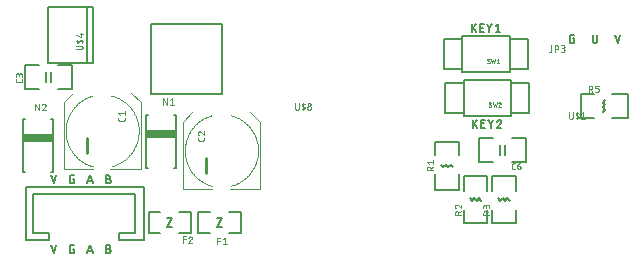
<source format=gbr>
G04 EAGLE Gerber RS-274X export*
G75*
%MOMM*%
%FSLAX34Y34*%
%LPD*%
%INSilkscreen Top*%
%IPPOS*%
%AMOC8*
5,1,8,0,0,1.08239X$1,22.5*%
G01*
%ADD10C,0.127000*%
%ADD11C,0.101600*%
%ADD12C,0.254000*%
%ADD13C,0.050800*%
%ADD14C,0.152400*%
%ADD15R,2.450000X0.675000*%
%ADD16C,0.025400*%


D10*
X383635Y189635D02*
X383635Y196493D01*
X387445Y196493D02*
X383635Y192302D01*
X385159Y193826D02*
X387445Y189635D01*
X390811Y189635D02*
X393859Y189635D01*
X390811Y189635D02*
X390811Y196493D01*
X393859Y196493D01*
X393097Y193445D02*
X390811Y193445D01*
X396505Y196493D02*
X398791Y193255D01*
X401077Y196493D01*
X398791Y193255D02*
X398791Y189635D01*
X404201Y194969D02*
X406106Y196493D01*
X406106Y189635D01*
X404201Y189635D02*
X408011Y189635D01*
X384635Y115493D02*
X384635Y108635D01*
X384635Y111302D02*
X388445Y115493D01*
X386159Y112826D02*
X388445Y108635D01*
X391811Y108635D02*
X394859Y108635D01*
X391811Y108635D02*
X391811Y115493D01*
X394859Y115493D01*
X394097Y112445D02*
X391811Y112445D01*
X397505Y115493D02*
X399791Y112255D01*
X402077Y115493D01*
X399791Y112255D02*
X399791Y108635D01*
X407297Y115494D02*
X407379Y115492D01*
X407460Y115486D01*
X407541Y115477D01*
X407622Y115463D01*
X407701Y115446D01*
X407780Y115425D01*
X407858Y115400D01*
X407934Y115371D01*
X408009Y115339D01*
X408083Y115303D01*
X408155Y115264D01*
X408224Y115222D01*
X408292Y115176D01*
X408357Y115127D01*
X408420Y115075D01*
X408480Y115020D01*
X408538Y114962D01*
X408593Y114902D01*
X408645Y114839D01*
X408694Y114774D01*
X408740Y114706D01*
X408782Y114637D01*
X408821Y114565D01*
X408857Y114491D01*
X408889Y114416D01*
X408918Y114340D01*
X408943Y114262D01*
X408964Y114183D01*
X408981Y114104D01*
X408995Y114023D01*
X409004Y113942D01*
X409010Y113861D01*
X409012Y113779D01*
X407297Y115493D02*
X407205Y115491D01*
X407113Y115485D01*
X407021Y115476D01*
X406929Y115462D01*
X406839Y115445D01*
X406749Y115424D01*
X406660Y115399D01*
X406572Y115370D01*
X406485Y115338D01*
X406400Y115302D01*
X406317Y115263D01*
X406235Y115220D01*
X406155Y115174D01*
X406077Y115124D01*
X406001Y115072D01*
X405928Y115016D01*
X405857Y114957D01*
X405788Y114895D01*
X405722Y114830D01*
X405659Y114763D01*
X405599Y114693D01*
X405541Y114621D01*
X405487Y114546D01*
X405436Y114469D01*
X405388Y114390D01*
X405344Y114309D01*
X405303Y114226D01*
X405265Y114142D01*
X405231Y114056D01*
X405201Y113969D01*
X408440Y112445D02*
X408499Y112504D01*
X408555Y112565D01*
X408608Y112628D01*
X408659Y112694D01*
X408706Y112762D01*
X408750Y112832D01*
X408791Y112904D01*
X408829Y112978D01*
X408863Y113053D01*
X408894Y113130D01*
X408921Y113208D01*
X408945Y113288D01*
X408966Y113368D01*
X408982Y113449D01*
X408995Y113531D01*
X409005Y113613D01*
X409010Y113696D01*
X409012Y113779D01*
X408440Y112445D02*
X405201Y108635D01*
X409011Y108635D01*
X469302Y184445D02*
X470445Y184445D01*
X470445Y180635D01*
X468159Y180635D01*
X468082Y180637D01*
X468005Y180643D01*
X467928Y180653D01*
X467852Y180666D01*
X467777Y180684D01*
X467703Y180705D01*
X467630Y180730D01*
X467558Y180759D01*
X467488Y180791D01*
X467419Y180826D01*
X467353Y180866D01*
X467288Y180908D01*
X467226Y180954D01*
X467166Y181003D01*
X467109Y181054D01*
X467054Y181109D01*
X467003Y181166D01*
X466954Y181226D01*
X466908Y181288D01*
X466866Y181353D01*
X466826Y181419D01*
X466791Y181488D01*
X466759Y181558D01*
X466730Y181630D01*
X466705Y181703D01*
X466684Y181777D01*
X466666Y181852D01*
X466653Y181928D01*
X466643Y182005D01*
X466637Y182082D01*
X466635Y182159D01*
X466635Y185969D01*
X466637Y186046D01*
X466643Y186123D01*
X466653Y186200D01*
X466666Y186276D01*
X466684Y186351D01*
X466705Y186425D01*
X466730Y186498D01*
X466759Y186570D01*
X466791Y186640D01*
X466826Y186709D01*
X466866Y186775D01*
X466908Y186840D01*
X466954Y186902D01*
X467003Y186962D01*
X467054Y187019D01*
X467109Y187074D01*
X467166Y187125D01*
X467226Y187174D01*
X467288Y187220D01*
X467353Y187262D01*
X467419Y187302D01*
X467488Y187337D01*
X467558Y187369D01*
X467630Y187398D01*
X467703Y187423D01*
X467777Y187444D01*
X467852Y187462D01*
X467928Y187475D01*
X468005Y187485D01*
X468082Y187491D01*
X468159Y187493D01*
X470445Y187493D01*
X486142Y187493D02*
X486142Y182540D01*
X486144Y182455D01*
X486150Y182369D01*
X486159Y182284D01*
X486173Y182200D01*
X486190Y182116D01*
X486211Y182033D01*
X486235Y181951D01*
X486263Y181871D01*
X486295Y181791D01*
X486331Y181713D01*
X486369Y181637D01*
X486412Y181563D01*
X486457Y181491D01*
X486506Y181420D01*
X486558Y181352D01*
X486612Y181287D01*
X486670Y181224D01*
X486731Y181163D01*
X486794Y181105D01*
X486859Y181051D01*
X486927Y180999D01*
X486998Y180950D01*
X487070Y180905D01*
X487144Y180862D01*
X487220Y180824D01*
X487298Y180788D01*
X487378Y180756D01*
X487458Y180728D01*
X487540Y180704D01*
X487623Y180683D01*
X487707Y180666D01*
X487791Y180652D01*
X487876Y180643D01*
X487962Y180637D01*
X488047Y180635D01*
X488132Y180637D01*
X488218Y180643D01*
X488303Y180652D01*
X488387Y180666D01*
X488471Y180683D01*
X488554Y180704D01*
X488636Y180728D01*
X488716Y180756D01*
X488796Y180788D01*
X488874Y180824D01*
X488950Y180862D01*
X489024Y180905D01*
X489096Y180950D01*
X489167Y180999D01*
X489235Y181051D01*
X489300Y181105D01*
X489363Y181163D01*
X489424Y181224D01*
X489482Y181287D01*
X489536Y181352D01*
X489588Y181420D01*
X489637Y181491D01*
X489682Y181563D01*
X489725Y181637D01*
X489763Y181713D01*
X489799Y181791D01*
X489831Y181871D01*
X489859Y181951D01*
X489883Y182033D01*
X489904Y182116D01*
X489921Y182200D01*
X489935Y182284D01*
X489944Y182369D01*
X489950Y182455D01*
X489952Y182540D01*
X489952Y187493D01*
X505025Y187493D02*
X507311Y180635D01*
X509597Y187493D01*
X29921Y61635D02*
X27635Y68493D01*
X32207Y68493D02*
X29921Y61635D01*
X46045Y65445D02*
X47188Y65445D01*
X47188Y61635D01*
X44902Y61635D01*
X44825Y61637D01*
X44748Y61643D01*
X44671Y61653D01*
X44595Y61666D01*
X44520Y61684D01*
X44446Y61705D01*
X44373Y61730D01*
X44301Y61759D01*
X44231Y61791D01*
X44162Y61826D01*
X44096Y61866D01*
X44031Y61908D01*
X43969Y61954D01*
X43909Y62003D01*
X43852Y62054D01*
X43797Y62109D01*
X43746Y62166D01*
X43697Y62226D01*
X43651Y62288D01*
X43609Y62353D01*
X43569Y62419D01*
X43534Y62488D01*
X43502Y62558D01*
X43473Y62630D01*
X43448Y62703D01*
X43427Y62777D01*
X43409Y62852D01*
X43396Y62928D01*
X43386Y63005D01*
X43380Y63082D01*
X43378Y63159D01*
X43378Y66969D01*
X43380Y67046D01*
X43386Y67123D01*
X43396Y67200D01*
X43409Y67276D01*
X43427Y67351D01*
X43448Y67425D01*
X43473Y67498D01*
X43502Y67570D01*
X43534Y67640D01*
X43569Y67709D01*
X43609Y67775D01*
X43651Y67840D01*
X43697Y67902D01*
X43746Y67962D01*
X43797Y68019D01*
X43852Y68074D01*
X43909Y68125D01*
X43969Y68174D01*
X44031Y68220D01*
X44096Y68262D01*
X44162Y68302D01*
X44231Y68337D01*
X44301Y68369D01*
X44373Y68398D01*
X44446Y68423D01*
X44520Y68444D01*
X44595Y68462D01*
X44671Y68475D01*
X44748Y68485D01*
X44825Y68491D01*
X44902Y68493D01*
X47188Y68493D01*
X58359Y61635D02*
X60645Y68493D01*
X62931Y61635D01*
X62359Y63350D02*
X58930Y63350D01*
X74262Y65445D02*
X76167Y65445D01*
X76252Y65443D01*
X76338Y65437D01*
X76423Y65428D01*
X76507Y65414D01*
X76591Y65397D01*
X76674Y65376D01*
X76756Y65352D01*
X76836Y65324D01*
X76916Y65292D01*
X76994Y65256D01*
X77070Y65218D01*
X77144Y65175D01*
X77216Y65130D01*
X77287Y65081D01*
X77355Y65029D01*
X77420Y64975D01*
X77483Y64917D01*
X77544Y64856D01*
X77602Y64793D01*
X77656Y64728D01*
X77708Y64660D01*
X77757Y64589D01*
X77802Y64517D01*
X77845Y64443D01*
X77883Y64367D01*
X77919Y64289D01*
X77951Y64209D01*
X77979Y64129D01*
X78003Y64047D01*
X78024Y63964D01*
X78041Y63880D01*
X78055Y63796D01*
X78064Y63711D01*
X78070Y63625D01*
X78072Y63540D01*
X78070Y63455D01*
X78064Y63369D01*
X78055Y63284D01*
X78041Y63200D01*
X78024Y63116D01*
X78003Y63033D01*
X77979Y62951D01*
X77951Y62871D01*
X77919Y62791D01*
X77883Y62713D01*
X77845Y62637D01*
X77802Y62563D01*
X77757Y62491D01*
X77708Y62420D01*
X77656Y62352D01*
X77602Y62287D01*
X77544Y62224D01*
X77483Y62163D01*
X77420Y62105D01*
X77355Y62051D01*
X77287Y61999D01*
X77216Y61950D01*
X77144Y61905D01*
X77070Y61862D01*
X76994Y61824D01*
X76916Y61788D01*
X76836Y61756D01*
X76756Y61728D01*
X76674Y61704D01*
X76591Y61683D01*
X76507Y61666D01*
X76423Y61652D01*
X76338Y61643D01*
X76252Y61637D01*
X76167Y61635D01*
X74262Y61635D01*
X74262Y68493D01*
X76167Y68493D01*
X76244Y68491D01*
X76321Y68485D01*
X76398Y68475D01*
X76474Y68462D01*
X76549Y68444D01*
X76623Y68423D01*
X76696Y68398D01*
X76768Y68369D01*
X76838Y68337D01*
X76907Y68302D01*
X76973Y68262D01*
X77038Y68220D01*
X77100Y68174D01*
X77160Y68125D01*
X77217Y68074D01*
X77272Y68019D01*
X77323Y67962D01*
X77372Y67902D01*
X77418Y67840D01*
X77460Y67775D01*
X77500Y67709D01*
X77535Y67640D01*
X77567Y67570D01*
X77596Y67498D01*
X77621Y67425D01*
X77642Y67351D01*
X77660Y67276D01*
X77673Y67200D01*
X77683Y67123D01*
X77689Y67046D01*
X77691Y66969D01*
X77689Y66892D01*
X77683Y66815D01*
X77673Y66738D01*
X77660Y66662D01*
X77642Y66587D01*
X77621Y66513D01*
X77596Y66440D01*
X77567Y66368D01*
X77535Y66298D01*
X77500Y66229D01*
X77460Y66163D01*
X77418Y66098D01*
X77372Y66036D01*
X77323Y65976D01*
X77272Y65919D01*
X77217Y65864D01*
X77160Y65813D01*
X77100Y65764D01*
X77038Y65718D01*
X76973Y65676D01*
X76907Y65636D01*
X76838Y65601D01*
X76768Y65569D01*
X76696Y65540D01*
X76623Y65515D01*
X76549Y65494D01*
X76474Y65476D01*
X76398Y65463D01*
X76321Y65453D01*
X76244Y65447D01*
X76167Y65445D01*
X27635Y9493D02*
X29921Y2635D01*
X32207Y9493D01*
X46045Y6445D02*
X47188Y6445D01*
X47188Y2635D01*
X44902Y2635D01*
X44825Y2637D01*
X44748Y2643D01*
X44671Y2653D01*
X44595Y2666D01*
X44520Y2684D01*
X44446Y2705D01*
X44373Y2730D01*
X44301Y2759D01*
X44231Y2791D01*
X44162Y2826D01*
X44096Y2866D01*
X44031Y2908D01*
X43969Y2954D01*
X43909Y3003D01*
X43852Y3054D01*
X43797Y3109D01*
X43746Y3166D01*
X43697Y3226D01*
X43651Y3288D01*
X43609Y3353D01*
X43569Y3419D01*
X43534Y3488D01*
X43502Y3558D01*
X43473Y3630D01*
X43448Y3703D01*
X43427Y3777D01*
X43409Y3852D01*
X43396Y3928D01*
X43386Y4005D01*
X43380Y4082D01*
X43378Y4159D01*
X43378Y7969D01*
X43380Y8046D01*
X43386Y8123D01*
X43396Y8200D01*
X43409Y8276D01*
X43427Y8351D01*
X43448Y8425D01*
X43473Y8498D01*
X43502Y8570D01*
X43534Y8640D01*
X43569Y8709D01*
X43609Y8775D01*
X43651Y8840D01*
X43697Y8902D01*
X43746Y8962D01*
X43797Y9019D01*
X43852Y9074D01*
X43909Y9125D01*
X43969Y9174D01*
X44031Y9220D01*
X44096Y9262D01*
X44162Y9302D01*
X44231Y9337D01*
X44301Y9369D01*
X44373Y9398D01*
X44446Y9423D01*
X44520Y9444D01*
X44595Y9462D01*
X44671Y9475D01*
X44748Y9485D01*
X44825Y9491D01*
X44902Y9493D01*
X47188Y9493D01*
X58359Y2635D02*
X60645Y9493D01*
X62931Y2635D01*
X62359Y4350D02*
X58930Y4350D01*
X74262Y6445D02*
X76167Y6445D01*
X76252Y6443D01*
X76338Y6437D01*
X76423Y6428D01*
X76507Y6414D01*
X76591Y6397D01*
X76674Y6376D01*
X76756Y6352D01*
X76836Y6324D01*
X76916Y6292D01*
X76994Y6256D01*
X77070Y6218D01*
X77144Y6175D01*
X77216Y6130D01*
X77287Y6081D01*
X77355Y6029D01*
X77420Y5975D01*
X77483Y5917D01*
X77544Y5856D01*
X77602Y5793D01*
X77656Y5728D01*
X77708Y5660D01*
X77757Y5589D01*
X77802Y5517D01*
X77845Y5443D01*
X77883Y5367D01*
X77919Y5289D01*
X77951Y5209D01*
X77979Y5129D01*
X78003Y5047D01*
X78024Y4964D01*
X78041Y4880D01*
X78055Y4796D01*
X78064Y4711D01*
X78070Y4625D01*
X78072Y4540D01*
X78070Y4455D01*
X78064Y4369D01*
X78055Y4284D01*
X78041Y4200D01*
X78024Y4116D01*
X78003Y4033D01*
X77979Y3951D01*
X77951Y3871D01*
X77919Y3791D01*
X77883Y3713D01*
X77845Y3637D01*
X77802Y3563D01*
X77757Y3491D01*
X77708Y3420D01*
X77656Y3352D01*
X77602Y3287D01*
X77544Y3224D01*
X77483Y3163D01*
X77420Y3105D01*
X77355Y3051D01*
X77287Y2999D01*
X77216Y2950D01*
X77144Y2905D01*
X77070Y2862D01*
X76994Y2824D01*
X76916Y2788D01*
X76836Y2756D01*
X76756Y2728D01*
X76674Y2704D01*
X76591Y2683D01*
X76507Y2666D01*
X76423Y2652D01*
X76338Y2643D01*
X76252Y2637D01*
X76167Y2635D01*
X74262Y2635D01*
X74262Y9493D01*
X76167Y9493D01*
X76244Y9491D01*
X76321Y9485D01*
X76398Y9475D01*
X76474Y9462D01*
X76549Y9444D01*
X76623Y9423D01*
X76696Y9398D01*
X76768Y9369D01*
X76838Y9337D01*
X76907Y9302D01*
X76973Y9262D01*
X77038Y9220D01*
X77100Y9174D01*
X77160Y9125D01*
X77217Y9074D01*
X77272Y9019D01*
X77323Y8962D01*
X77372Y8902D01*
X77418Y8840D01*
X77460Y8775D01*
X77500Y8709D01*
X77535Y8640D01*
X77567Y8570D01*
X77596Y8498D01*
X77621Y8425D01*
X77642Y8351D01*
X77660Y8276D01*
X77673Y8200D01*
X77683Y8123D01*
X77689Y8046D01*
X77691Y7969D01*
X77689Y7892D01*
X77683Y7815D01*
X77673Y7738D01*
X77660Y7662D01*
X77642Y7587D01*
X77621Y7513D01*
X77596Y7440D01*
X77567Y7368D01*
X77535Y7298D01*
X77500Y7229D01*
X77460Y7163D01*
X77418Y7098D01*
X77372Y7036D01*
X77323Y6976D01*
X77272Y6919D01*
X77217Y6864D01*
X77160Y6813D01*
X77100Y6764D01*
X77038Y6718D01*
X76973Y6676D01*
X76907Y6636D01*
X76838Y6601D01*
X76768Y6569D01*
X76696Y6540D01*
X76623Y6515D01*
X76549Y6494D01*
X76474Y6476D01*
X76398Y6463D01*
X76321Y6453D01*
X76244Y6447D01*
X76167Y6445D01*
D11*
X63150Y76000D02*
X62420Y76197D01*
X61695Y76412D01*
X60976Y76644D01*
X60263Y76894D01*
X59555Y77161D01*
X58855Y77446D01*
X58162Y77747D01*
X57476Y78065D01*
X56798Y78400D01*
X56129Y78752D01*
X55468Y79119D01*
X54817Y79503D01*
X54175Y79903D01*
X53543Y80318D01*
X52922Y80748D01*
X52311Y81193D01*
X51711Y81653D01*
X51123Y82128D01*
X50546Y82617D01*
X49982Y83120D01*
X49430Y83636D01*
X48891Y84166D01*
X48364Y84709D01*
X47852Y85265D01*
X47353Y85832D01*
X46868Y86412D01*
X46397Y87004D01*
X45941Y87607D01*
X45500Y88221D01*
X45074Y88845D01*
X44663Y89480D01*
X44268Y90124D01*
X43889Y90778D01*
X43525Y91441D01*
X43178Y92113D01*
X42848Y92793D01*
X42535Y93481D01*
X42238Y94176D01*
X41958Y94878D01*
X41696Y95587D01*
X41451Y96303D01*
X41223Y97023D01*
X41013Y97750D01*
X40821Y98481D01*
X40647Y99217D01*
X40491Y99956D01*
X40353Y100700D01*
X40233Y101446D01*
X40132Y102195D01*
X40049Y102946D01*
X39984Y103700D01*
X39937Y104454D01*
X39909Y105210D01*
X39900Y105966D01*
X39909Y106721D01*
X39936Y107477D01*
X39982Y108232D01*
X40047Y108985D01*
X40129Y109736D01*
X40230Y110485D01*
X40350Y111232D01*
X40487Y111975D01*
X40643Y112715D01*
X40816Y113451D01*
X41008Y114182D01*
X41217Y114909D01*
X41444Y115630D01*
X41689Y116345D01*
X41951Y117054D01*
X42230Y117757D01*
X42526Y118452D01*
X42839Y119140D01*
X43169Y119820D01*
X43516Y120492D01*
X43878Y121156D01*
X44257Y121810D01*
X44652Y122455D01*
X45062Y123089D01*
X45488Y123714D01*
X45928Y124328D01*
X46384Y124932D01*
X46854Y125523D01*
X47339Y126104D01*
X47838Y126672D01*
X48350Y127228D01*
X48876Y127771D01*
X49415Y128301D01*
X49966Y128818D01*
X50530Y129321D01*
X51107Y129811D01*
X51695Y130286D01*
X52294Y130746D01*
X52905Y131192D01*
X53526Y131623D01*
X54158Y132038D01*
X54799Y132438D01*
X55450Y132822D01*
X56111Y133190D01*
X56780Y133542D01*
X57457Y133878D01*
X58143Y134196D01*
X58836Y134498D01*
X59536Y134783D01*
X60243Y135051D01*
X60956Y135301D01*
X61675Y135534D01*
X62400Y135749D01*
X62900Y73500D02*
X38400Y73500D01*
X38400Y130500D01*
X46400Y138500D01*
X95400Y138500D02*
X103400Y130500D01*
X103400Y73500D01*
X77900Y73500D01*
X79400Y76251D02*
X80125Y76466D01*
X80844Y76699D01*
X81557Y76949D01*
X82264Y77217D01*
X82964Y77502D01*
X83657Y77804D01*
X84343Y78122D01*
X85020Y78458D01*
X85689Y78810D01*
X86350Y79178D01*
X87001Y79562D01*
X87642Y79962D01*
X88274Y80377D01*
X88895Y80808D01*
X89506Y81254D01*
X90105Y81714D01*
X90693Y82189D01*
X91270Y82679D01*
X91834Y83182D01*
X92385Y83699D01*
X92924Y84229D01*
X93450Y84772D01*
X93962Y85328D01*
X94461Y85896D01*
X94946Y86477D01*
X95416Y87068D01*
X95872Y87672D01*
X96312Y88286D01*
X96738Y88911D01*
X97148Y89545D01*
X97543Y90190D01*
X97922Y90844D01*
X98284Y91508D01*
X98631Y92180D01*
X98961Y92860D01*
X99274Y93548D01*
X99570Y94243D01*
X99849Y94946D01*
X100111Y95655D01*
X100356Y96370D01*
X100583Y97091D01*
X100792Y97818D01*
X100984Y98549D01*
X101157Y99285D01*
X101313Y100025D01*
X101450Y100768D01*
X101570Y101515D01*
X101671Y102264D01*
X101753Y103015D01*
X101818Y103768D01*
X101864Y104523D01*
X101891Y105279D01*
X101900Y106034D01*
X101891Y106790D01*
X101863Y107546D01*
X101816Y108300D01*
X101751Y109054D01*
X101668Y109805D01*
X101567Y110554D01*
X101447Y111300D01*
X101309Y112044D01*
X101153Y112783D01*
X100979Y113519D01*
X100787Y114250D01*
X100577Y114977D01*
X100349Y115697D01*
X100104Y116413D01*
X99842Y117122D01*
X99562Y117824D01*
X99265Y118519D01*
X98952Y119207D01*
X98622Y119887D01*
X98275Y120559D01*
X97911Y121222D01*
X97532Y121876D01*
X97137Y122520D01*
X96726Y123155D01*
X96300Y123779D01*
X95859Y124393D01*
X95403Y124996D01*
X94932Y125588D01*
X94447Y126168D01*
X93948Y126735D01*
X93436Y127291D01*
X92909Y127834D01*
X92370Y128364D01*
X91818Y128880D01*
X91254Y129383D01*
X90677Y129872D01*
X90089Y130347D01*
X89489Y130807D01*
X88878Y131252D01*
X88257Y131682D01*
X87625Y132097D01*
X86983Y132497D01*
X86332Y132881D01*
X85671Y133248D01*
X85002Y133600D01*
X84324Y133935D01*
X83638Y134253D01*
X82945Y134554D01*
X82245Y134839D01*
X81537Y135106D01*
X80824Y135356D01*
X80105Y135588D01*
X79380Y135803D01*
X78650Y136000D01*
D12*
X58200Y99650D02*
X58200Y86950D01*
D13*
X90042Y116045D02*
X90042Y117287D01*
X90042Y116045D02*
X90040Y115975D01*
X90034Y115906D01*
X90024Y115837D01*
X90011Y115769D01*
X89993Y115701D01*
X89972Y115635D01*
X89947Y115570D01*
X89919Y115506D01*
X89887Y115444D01*
X89852Y115384D01*
X89813Y115326D01*
X89771Y115271D01*
X89726Y115217D01*
X89678Y115167D01*
X89628Y115119D01*
X89574Y115074D01*
X89519Y115032D01*
X89461Y114993D01*
X89401Y114958D01*
X89339Y114926D01*
X89275Y114898D01*
X89210Y114873D01*
X89144Y114852D01*
X89076Y114834D01*
X89008Y114821D01*
X88939Y114811D01*
X88870Y114805D01*
X88800Y114803D01*
X85696Y114803D01*
X85626Y114805D01*
X85557Y114811D01*
X85488Y114821D01*
X85420Y114834D01*
X85352Y114852D01*
X85286Y114873D01*
X85221Y114898D01*
X85157Y114926D01*
X85095Y114958D01*
X85035Y114993D01*
X84977Y115032D01*
X84922Y115074D01*
X84868Y115119D01*
X84818Y115167D01*
X84770Y115217D01*
X84725Y115271D01*
X84683Y115326D01*
X84644Y115384D01*
X84609Y115444D01*
X84577Y115506D01*
X84549Y115570D01*
X84524Y115635D01*
X84503Y115701D01*
X84485Y115769D01*
X84472Y115837D01*
X84462Y115906D01*
X84456Y115975D01*
X84454Y116045D01*
X84454Y117287D01*
X85696Y119392D02*
X84454Y120944D01*
X90042Y120944D01*
X90042Y119392D02*
X90042Y122496D01*
D11*
X163400Y119149D02*
X162675Y118934D01*
X161956Y118701D01*
X161243Y118451D01*
X160536Y118183D01*
X159836Y117898D01*
X159143Y117596D01*
X158457Y117278D01*
X157780Y116942D01*
X157111Y116590D01*
X156450Y116222D01*
X155799Y115838D01*
X155158Y115438D01*
X154526Y115023D01*
X153905Y114592D01*
X153294Y114146D01*
X152695Y113686D01*
X152107Y113211D01*
X151530Y112721D01*
X150966Y112218D01*
X150415Y111701D01*
X149876Y111171D01*
X149350Y110628D01*
X148838Y110072D01*
X148339Y109504D01*
X147854Y108923D01*
X147384Y108332D01*
X146928Y107728D01*
X146488Y107114D01*
X146062Y106489D01*
X145652Y105855D01*
X145257Y105210D01*
X144878Y104556D01*
X144516Y103892D01*
X144169Y103220D01*
X143839Y102540D01*
X143526Y101852D01*
X143230Y101157D01*
X142951Y100454D01*
X142689Y99745D01*
X142444Y99030D01*
X142217Y98309D01*
X142008Y97582D01*
X141816Y96851D01*
X141643Y96115D01*
X141487Y95375D01*
X141350Y94632D01*
X141230Y93885D01*
X141129Y93136D01*
X141047Y92385D01*
X140982Y91632D01*
X140936Y90877D01*
X140909Y90121D01*
X140900Y89366D01*
X140909Y88610D01*
X140937Y87854D01*
X140984Y87100D01*
X141049Y86346D01*
X141132Y85595D01*
X141233Y84846D01*
X141353Y84100D01*
X141491Y83356D01*
X141647Y82617D01*
X141821Y81881D01*
X142013Y81150D01*
X142223Y80423D01*
X142451Y79703D01*
X142696Y78987D01*
X142958Y78278D01*
X143238Y77576D01*
X143535Y76881D01*
X143848Y76193D01*
X144178Y75513D01*
X144525Y74841D01*
X144889Y74178D01*
X145268Y73524D01*
X145663Y72880D01*
X146074Y72245D01*
X146500Y71621D01*
X146941Y71007D01*
X147397Y70404D01*
X147868Y69812D01*
X148353Y69232D01*
X148852Y68665D01*
X149364Y68109D01*
X149891Y67566D01*
X150430Y67036D01*
X150982Y66520D01*
X151546Y66017D01*
X152123Y65528D01*
X152711Y65053D01*
X153311Y64593D01*
X153922Y64148D01*
X154543Y63718D01*
X155175Y63303D01*
X155817Y62903D01*
X156468Y62519D01*
X157129Y62152D01*
X157798Y61800D01*
X158476Y61465D01*
X159162Y61147D01*
X159855Y60846D01*
X160555Y60561D01*
X161263Y60294D01*
X161976Y60044D01*
X162695Y59812D01*
X163420Y59597D01*
X164150Y59400D01*
X163900Y56900D02*
X139400Y56900D01*
X139400Y113900D01*
X147400Y121900D01*
X196400Y121900D02*
X204400Y113900D01*
X204400Y56900D01*
X178900Y56900D01*
X180400Y59651D02*
X181125Y59866D01*
X181844Y60099D01*
X182557Y60349D01*
X183264Y60617D01*
X183964Y60902D01*
X184657Y61204D01*
X185343Y61522D01*
X186020Y61858D01*
X186689Y62210D01*
X187350Y62578D01*
X188001Y62962D01*
X188642Y63362D01*
X189274Y63777D01*
X189895Y64208D01*
X190506Y64654D01*
X191105Y65114D01*
X191693Y65589D01*
X192270Y66079D01*
X192834Y66582D01*
X193385Y67099D01*
X193924Y67629D01*
X194450Y68172D01*
X194962Y68728D01*
X195461Y69296D01*
X195946Y69877D01*
X196416Y70468D01*
X196872Y71072D01*
X197312Y71686D01*
X197738Y72311D01*
X198148Y72945D01*
X198543Y73590D01*
X198922Y74244D01*
X199284Y74908D01*
X199631Y75580D01*
X199961Y76260D01*
X200274Y76948D01*
X200570Y77643D01*
X200849Y78346D01*
X201111Y79055D01*
X201356Y79770D01*
X201583Y80491D01*
X201792Y81218D01*
X201984Y81949D01*
X202157Y82685D01*
X202313Y83425D01*
X202450Y84168D01*
X202570Y84915D01*
X202671Y85664D01*
X202753Y86415D01*
X202818Y87168D01*
X202864Y87923D01*
X202891Y88679D01*
X202900Y89434D01*
X202891Y90190D01*
X202863Y90946D01*
X202816Y91700D01*
X202751Y92454D01*
X202668Y93205D01*
X202567Y93954D01*
X202447Y94700D01*
X202309Y95444D01*
X202153Y96183D01*
X201979Y96919D01*
X201787Y97650D01*
X201577Y98377D01*
X201349Y99097D01*
X201104Y99813D01*
X200842Y100522D01*
X200562Y101224D01*
X200265Y101919D01*
X199952Y102607D01*
X199622Y103287D01*
X199275Y103959D01*
X198911Y104622D01*
X198532Y105276D01*
X198137Y105920D01*
X197726Y106555D01*
X197300Y107179D01*
X196859Y107793D01*
X196403Y108396D01*
X195932Y108988D01*
X195447Y109568D01*
X194948Y110135D01*
X194436Y110691D01*
X193909Y111234D01*
X193370Y111764D01*
X192818Y112280D01*
X192254Y112783D01*
X191677Y113272D01*
X191089Y113747D01*
X190489Y114207D01*
X189878Y114652D01*
X189257Y115082D01*
X188625Y115497D01*
X187983Y115897D01*
X187332Y116281D01*
X186671Y116648D01*
X186002Y117000D01*
X185324Y117335D01*
X184638Y117653D01*
X183945Y117954D01*
X183245Y118239D01*
X182537Y118506D01*
X181824Y118756D01*
X181105Y118988D01*
X180380Y119203D01*
X179650Y119400D01*
D12*
X159200Y83050D02*
X159200Y70350D01*
D13*
X157546Y99146D02*
X157546Y100388D01*
X157546Y99146D02*
X157544Y99076D01*
X157538Y99007D01*
X157528Y98938D01*
X157515Y98870D01*
X157497Y98802D01*
X157476Y98736D01*
X157451Y98671D01*
X157423Y98607D01*
X157391Y98545D01*
X157356Y98485D01*
X157317Y98427D01*
X157275Y98372D01*
X157230Y98318D01*
X157182Y98268D01*
X157132Y98220D01*
X157078Y98175D01*
X157023Y98133D01*
X156965Y98094D01*
X156905Y98059D01*
X156843Y98027D01*
X156779Y97999D01*
X156714Y97974D01*
X156648Y97953D01*
X156580Y97935D01*
X156512Y97922D01*
X156443Y97912D01*
X156374Y97906D01*
X156304Y97904D01*
X153200Y97904D01*
X153130Y97906D01*
X153061Y97912D01*
X152992Y97922D01*
X152924Y97935D01*
X152856Y97953D01*
X152790Y97974D01*
X152725Y97999D01*
X152661Y98027D01*
X152599Y98059D01*
X152539Y98094D01*
X152481Y98133D01*
X152426Y98175D01*
X152372Y98220D01*
X152322Y98268D01*
X152274Y98318D01*
X152229Y98372D01*
X152187Y98427D01*
X152148Y98485D01*
X152113Y98545D01*
X152081Y98607D01*
X152053Y98671D01*
X152028Y98736D01*
X152007Y98802D01*
X151989Y98870D01*
X151976Y98938D01*
X151966Y99007D01*
X151960Y99076D01*
X151958Y99146D01*
X151958Y100388D01*
X151958Y104200D02*
X151960Y104273D01*
X151966Y104346D01*
X151975Y104419D01*
X151989Y104490D01*
X152006Y104562D01*
X152026Y104632D01*
X152051Y104701D01*
X152079Y104768D01*
X152110Y104834D01*
X152145Y104899D01*
X152183Y104961D01*
X152225Y105021D01*
X152269Y105079D01*
X152317Y105135D01*
X152367Y105188D01*
X152420Y105238D01*
X152476Y105286D01*
X152534Y105330D01*
X152594Y105372D01*
X152657Y105410D01*
X152721Y105445D01*
X152787Y105476D01*
X152854Y105504D01*
X152923Y105529D01*
X152993Y105549D01*
X153065Y105566D01*
X153136Y105580D01*
X153209Y105589D01*
X153282Y105595D01*
X153355Y105597D01*
X151958Y104200D02*
X151960Y104116D01*
X151966Y104033D01*
X151975Y103950D01*
X151989Y103867D01*
X152006Y103786D01*
X152028Y103705D01*
X152053Y103625D01*
X152081Y103547D01*
X152113Y103469D01*
X152149Y103394D01*
X152188Y103320D01*
X152231Y103248D01*
X152277Y103178D01*
X152326Y103111D01*
X152379Y103045D01*
X152434Y102983D01*
X152492Y102923D01*
X152553Y102865D01*
X152616Y102811D01*
X152682Y102759D01*
X152750Y102711D01*
X152821Y102666D01*
X152893Y102624D01*
X152968Y102586D01*
X153044Y102551D01*
X153121Y102520D01*
X153200Y102492D01*
X154441Y105130D02*
X154388Y105184D01*
X154331Y105235D01*
X154272Y105283D01*
X154211Y105328D01*
X154148Y105369D01*
X154082Y105408D01*
X154015Y105443D01*
X153946Y105475D01*
X153875Y105503D01*
X153804Y105527D01*
X153731Y105548D01*
X153657Y105565D01*
X153582Y105579D01*
X153507Y105588D01*
X153431Y105594D01*
X153355Y105596D01*
X154442Y105131D02*
X157546Y102492D01*
X157546Y105597D01*
D10*
X17600Y161600D02*
X5600Y161600D01*
X5600Y141600D01*
X17600Y141600D01*
X33600Y161600D02*
X45600Y161600D01*
X45600Y141600D01*
X33600Y141600D01*
X23600Y147600D02*
X23600Y155600D01*
X27600Y155600D02*
X27600Y147600D01*
D11*
X2992Y148487D02*
X2992Y149616D01*
X2992Y148487D02*
X2990Y148421D01*
X2984Y148356D01*
X2975Y148291D01*
X2962Y148227D01*
X2945Y148163D01*
X2924Y148101D01*
X2900Y148040D01*
X2872Y147980D01*
X2841Y147923D01*
X2806Y147867D01*
X2769Y147813D01*
X2728Y147761D01*
X2684Y147712D01*
X2638Y147666D01*
X2589Y147622D01*
X2537Y147581D01*
X2483Y147544D01*
X2428Y147509D01*
X2370Y147478D01*
X2310Y147450D01*
X2249Y147426D01*
X2187Y147405D01*
X2123Y147388D01*
X2059Y147375D01*
X1994Y147366D01*
X1929Y147360D01*
X1863Y147358D01*
X-959Y147358D01*
X-1025Y147360D01*
X-1090Y147366D01*
X-1155Y147375D01*
X-1219Y147388D01*
X-1283Y147405D01*
X-1345Y147426D01*
X-1406Y147450D01*
X-1466Y147478D01*
X-1523Y147509D01*
X-1579Y147544D01*
X-1633Y147581D01*
X-1685Y147622D01*
X-1734Y147666D01*
X-1780Y147712D01*
X-1824Y147761D01*
X-1865Y147813D01*
X-1902Y147867D01*
X-1937Y147922D01*
X-1968Y147980D01*
X-1996Y148040D01*
X-2020Y148101D01*
X-2041Y148163D01*
X-2058Y148227D01*
X-2071Y148291D01*
X-2080Y148356D01*
X-2086Y148421D01*
X-2088Y148487D01*
X-2088Y149616D01*
X2992Y151955D02*
X2992Y153366D01*
X2990Y153440D01*
X2984Y153513D01*
X2975Y153587D01*
X2961Y153659D01*
X2944Y153731D01*
X2923Y153802D01*
X2898Y153872D01*
X2870Y153940D01*
X2838Y154007D01*
X2803Y154072D01*
X2764Y154134D01*
X2723Y154195D01*
X2678Y154254D01*
X2630Y154310D01*
X2579Y154364D01*
X2525Y154415D01*
X2469Y154463D01*
X2410Y154508D01*
X2349Y154549D01*
X2287Y154588D01*
X2222Y154623D01*
X2155Y154655D01*
X2087Y154683D01*
X2017Y154708D01*
X1946Y154729D01*
X1874Y154746D01*
X1802Y154760D01*
X1728Y154769D01*
X1655Y154775D01*
X1581Y154777D01*
X1507Y154775D01*
X1434Y154769D01*
X1360Y154760D01*
X1288Y154746D01*
X1216Y154729D01*
X1145Y154708D01*
X1075Y154683D01*
X1007Y154655D01*
X940Y154623D01*
X875Y154588D01*
X813Y154549D01*
X752Y154508D01*
X693Y154463D01*
X637Y154415D01*
X583Y154364D01*
X532Y154310D01*
X484Y154254D01*
X439Y154195D01*
X398Y154134D01*
X359Y154072D01*
X324Y154007D01*
X292Y153940D01*
X264Y153872D01*
X239Y153802D01*
X218Y153731D01*
X201Y153659D01*
X187Y153587D01*
X178Y153513D01*
X172Y153440D01*
X170Y153366D01*
X-2088Y153648D02*
X-2088Y151955D01*
X-2088Y153648D02*
X-2086Y153714D01*
X-2080Y153779D01*
X-2071Y153844D01*
X-2058Y153908D01*
X-2041Y153972D01*
X-2020Y154034D01*
X-1996Y154095D01*
X-1968Y154155D01*
X-1937Y154213D01*
X-1902Y154268D01*
X-1865Y154322D01*
X-1824Y154374D01*
X-1780Y154423D01*
X-1734Y154469D01*
X-1685Y154513D01*
X-1633Y154554D01*
X-1579Y154591D01*
X-1523Y154626D01*
X-1466Y154657D01*
X-1406Y154685D01*
X-1345Y154709D01*
X-1283Y154730D01*
X-1219Y154747D01*
X-1155Y154760D01*
X-1090Y154769D01*
X-1025Y154775D01*
X-959Y154777D01*
X-893Y154775D01*
X-828Y154769D01*
X-763Y154760D01*
X-699Y154747D01*
X-635Y154730D01*
X-573Y154709D01*
X-512Y154685D01*
X-452Y154657D01*
X-394Y154626D01*
X-339Y154591D01*
X-285Y154554D01*
X-233Y154513D01*
X-184Y154469D01*
X-138Y154423D01*
X-94Y154374D01*
X-53Y154322D01*
X-16Y154268D01*
X19Y154213D01*
X50Y154155D01*
X78Y154095D01*
X102Y154034D01*
X123Y153972D01*
X140Y153908D01*
X153Y153844D01*
X162Y153779D01*
X168Y153714D01*
X170Y153648D01*
X170Y152519D01*
D14*
X178400Y19600D02*
X188400Y19600D01*
X188400Y37600D01*
X178400Y37600D01*
X162400Y37600D02*
X152400Y37600D01*
X152400Y19600D01*
X162400Y19600D01*
X168400Y24600D02*
X172400Y32600D01*
X168400Y32600D01*
X168400Y24600D02*
X172400Y24600D01*
D13*
X168531Y15646D02*
X168531Y10058D01*
X168531Y15646D02*
X171014Y15646D01*
X171014Y13162D02*
X168531Y13162D01*
X173092Y14404D02*
X174644Y15646D01*
X174644Y10058D01*
X173092Y10058D02*
X176196Y10058D01*
D14*
X146200Y19600D02*
X136200Y19600D01*
X146200Y19600D02*
X146200Y37600D01*
X136200Y37600D01*
X120200Y37600D02*
X110200Y37600D01*
X110200Y19600D01*
X120200Y19600D01*
X126200Y24600D02*
X130200Y32600D01*
X126200Y32600D01*
X126200Y24600D02*
X130200Y24600D01*
D13*
X139331Y16646D02*
X139331Y11058D01*
X139331Y16646D02*
X141814Y16646D01*
X141814Y14162D02*
X139331Y14162D01*
X145599Y16646D02*
X145672Y16644D01*
X145745Y16638D01*
X145818Y16629D01*
X145889Y16615D01*
X145961Y16598D01*
X146031Y16578D01*
X146100Y16553D01*
X146167Y16525D01*
X146233Y16494D01*
X146298Y16459D01*
X146360Y16421D01*
X146420Y16379D01*
X146478Y16335D01*
X146534Y16287D01*
X146587Y16237D01*
X146637Y16184D01*
X146685Y16128D01*
X146729Y16070D01*
X146771Y16010D01*
X146809Y15948D01*
X146844Y15883D01*
X146875Y15817D01*
X146903Y15750D01*
X146928Y15681D01*
X146948Y15611D01*
X146965Y15539D01*
X146979Y15468D01*
X146988Y15395D01*
X146994Y15322D01*
X146996Y15249D01*
X145599Y16646D02*
X145515Y16644D01*
X145432Y16638D01*
X145349Y16629D01*
X145267Y16615D01*
X145185Y16598D01*
X145104Y16576D01*
X145024Y16551D01*
X144946Y16523D01*
X144868Y16491D01*
X144793Y16455D01*
X144719Y16416D01*
X144647Y16373D01*
X144577Y16327D01*
X144510Y16278D01*
X144444Y16225D01*
X144382Y16170D01*
X144322Y16112D01*
X144264Y16051D01*
X144210Y15988D01*
X144158Y15922D01*
X144110Y15854D01*
X144065Y15783D01*
X144023Y15711D01*
X143985Y15636D01*
X143950Y15560D01*
X143919Y15483D01*
X143891Y15404D01*
X146530Y14163D02*
X146584Y14216D01*
X146635Y14273D01*
X146683Y14332D01*
X146728Y14393D01*
X146769Y14456D01*
X146808Y14522D01*
X146843Y14589D01*
X146875Y14658D01*
X146903Y14729D01*
X146927Y14800D01*
X146948Y14873D01*
X146965Y14947D01*
X146979Y15022D01*
X146988Y15097D01*
X146994Y15173D01*
X146996Y15249D01*
X146530Y14162D02*
X143892Y11058D01*
X146996Y11058D01*
D10*
X107700Y74300D02*
X107700Y119300D01*
X133700Y119300D02*
X133700Y74300D01*
X133700Y119300D02*
X131700Y119300D01*
X109700Y119300D02*
X107700Y119300D01*
X131700Y74300D02*
X133700Y74300D01*
X109700Y74300D02*
X107700Y74300D01*
D15*
X120700Y103575D03*
D13*
X122554Y128004D02*
X122554Y133592D01*
X125658Y128004D01*
X125658Y133592D01*
X128223Y132350D02*
X129775Y133592D01*
X129775Y128004D01*
X128223Y128004D02*
X131328Y128004D01*
D10*
X3700Y115900D02*
X3700Y70900D01*
X29700Y70900D02*
X29700Y115900D01*
X27700Y115900D01*
X5700Y115900D02*
X3700Y115900D01*
X27700Y70900D02*
X29700Y70900D01*
X5700Y70900D02*
X3700Y70900D01*
D15*
X16700Y100175D03*
D13*
X14272Y123408D02*
X14272Y128996D01*
X17377Y123408D01*
X17377Y128996D01*
X21649Y128996D02*
X21722Y128994D01*
X21795Y128988D01*
X21868Y128979D01*
X21939Y128965D01*
X22011Y128948D01*
X22081Y128928D01*
X22150Y128903D01*
X22217Y128875D01*
X22283Y128844D01*
X22348Y128809D01*
X22410Y128771D01*
X22470Y128729D01*
X22528Y128685D01*
X22584Y128637D01*
X22637Y128587D01*
X22687Y128534D01*
X22735Y128478D01*
X22779Y128420D01*
X22821Y128360D01*
X22859Y128298D01*
X22894Y128233D01*
X22925Y128167D01*
X22953Y128100D01*
X22978Y128031D01*
X22998Y127961D01*
X23015Y127889D01*
X23029Y127818D01*
X23038Y127745D01*
X23044Y127672D01*
X23046Y127599D01*
X21649Y128996D02*
X21565Y128994D01*
X21482Y128988D01*
X21399Y128979D01*
X21317Y128965D01*
X21235Y128948D01*
X21154Y128926D01*
X21074Y128901D01*
X20996Y128873D01*
X20918Y128841D01*
X20843Y128805D01*
X20769Y128766D01*
X20697Y128723D01*
X20627Y128677D01*
X20560Y128628D01*
X20494Y128575D01*
X20432Y128520D01*
X20372Y128462D01*
X20314Y128401D01*
X20260Y128338D01*
X20208Y128272D01*
X20160Y128204D01*
X20115Y128133D01*
X20073Y128061D01*
X20035Y127986D01*
X20000Y127910D01*
X19969Y127833D01*
X19941Y127754D01*
X22580Y126513D02*
X22634Y126566D01*
X22685Y126623D01*
X22733Y126682D01*
X22778Y126743D01*
X22819Y126806D01*
X22858Y126872D01*
X22893Y126939D01*
X22925Y127008D01*
X22953Y127079D01*
X22977Y127150D01*
X22998Y127223D01*
X23015Y127297D01*
X23029Y127372D01*
X23038Y127447D01*
X23044Y127523D01*
X23046Y127599D01*
X22580Y126512D02*
X19942Y123408D01*
X23046Y123408D01*
D10*
X26100Y13700D02*
X6100Y13700D01*
X85100Y13700D02*
X106100Y13700D01*
X106100Y58700D02*
X6100Y58700D01*
X106100Y58700D02*
X106100Y13700D01*
X6100Y13700D02*
X6100Y58700D01*
X12100Y52700D02*
X99100Y52700D01*
X12100Y52700D02*
X12100Y19700D01*
X26100Y19700D01*
X99100Y19700D02*
X99100Y52700D01*
X26100Y19700D02*
X26100Y13700D01*
X85100Y13700D02*
X85100Y19700D01*
X99100Y19700D01*
X372900Y85300D02*
X372900Y96300D01*
X352900Y96300D01*
X352900Y85300D01*
X372900Y69300D02*
X372900Y56300D01*
X352900Y56300D01*
X352900Y69300D01*
X365900Y77300D02*
X367900Y75300D01*
X365900Y77300D02*
X363900Y75300D01*
X361900Y77300D01*
X359900Y75300D01*
X357900Y77300D01*
D11*
X351188Y72888D02*
X346108Y72888D01*
X346108Y74299D01*
X346110Y74373D01*
X346116Y74446D01*
X346125Y74520D01*
X346139Y74592D01*
X346156Y74664D01*
X346177Y74735D01*
X346202Y74805D01*
X346230Y74873D01*
X346262Y74940D01*
X346297Y75005D01*
X346336Y75067D01*
X346377Y75128D01*
X346422Y75187D01*
X346470Y75243D01*
X346521Y75297D01*
X346575Y75348D01*
X346631Y75396D01*
X346690Y75441D01*
X346751Y75482D01*
X346814Y75521D01*
X346878Y75556D01*
X346945Y75588D01*
X347013Y75616D01*
X347083Y75641D01*
X347154Y75662D01*
X347226Y75679D01*
X347298Y75693D01*
X347372Y75702D01*
X347445Y75708D01*
X347519Y75710D01*
X347593Y75708D01*
X347666Y75702D01*
X347740Y75693D01*
X347812Y75679D01*
X347884Y75662D01*
X347955Y75641D01*
X348025Y75616D01*
X348093Y75588D01*
X348160Y75556D01*
X348225Y75521D01*
X348287Y75482D01*
X348348Y75441D01*
X348407Y75396D01*
X348463Y75348D01*
X348517Y75297D01*
X348568Y75243D01*
X348616Y75187D01*
X348661Y75128D01*
X348702Y75067D01*
X348741Y75005D01*
X348776Y74940D01*
X348808Y74873D01*
X348836Y74805D01*
X348861Y74735D01*
X348882Y74664D01*
X348899Y74592D01*
X348913Y74520D01*
X348922Y74446D01*
X348928Y74373D01*
X348930Y74299D01*
X348930Y72888D01*
X348930Y74581D02*
X351188Y75710D01*
X347237Y78320D02*
X346108Y79731D01*
X351188Y79731D01*
X351188Y78320D02*
X351188Y81142D01*
D10*
X24900Y163200D02*
X24900Y211200D01*
X57900Y211200D01*
X62900Y211200D01*
X62900Y163200D01*
X57900Y163200D01*
X24900Y163200D01*
X57900Y163200D02*
X57900Y211200D01*
D13*
X52840Y175167D02*
X48804Y175167D01*
X52840Y175168D02*
X52917Y175170D01*
X52995Y175176D01*
X53071Y175185D01*
X53148Y175199D01*
X53223Y175216D01*
X53297Y175237D01*
X53371Y175262D01*
X53443Y175290D01*
X53513Y175322D01*
X53582Y175357D01*
X53649Y175396D01*
X53714Y175438D01*
X53777Y175483D01*
X53838Y175531D01*
X53896Y175582D01*
X53951Y175636D01*
X54004Y175693D01*
X54053Y175752D01*
X54100Y175814D01*
X54144Y175878D01*
X54184Y175944D01*
X54221Y176012D01*
X54255Y176082D01*
X54285Y176153D01*
X54311Y176226D01*
X54334Y176300D01*
X54353Y176375D01*
X54368Y176450D01*
X54380Y176527D01*
X54388Y176604D01*
X54392Y176681D01*
X54392Y176759D01*
X54388Y176836D01*
X54380Y176913D01*
X54368Y176990D01*
X54353Y177065D01*
X54334Y177140D01*
X54311Y177214D01*
X54285Y177287D01*
X54255Y177358D01*
X54221Y177428D01*
X54184Y177496D01*
X54144Y177562D01*
X54100Y177626D01*
X54053Y177688D01*
X54004Y177747D01*
X53951Y177804D01*
X53896Y177858D01*
X53838Y177909D01*
X53777Y177957D01*
X53714Y178002D01*
X53649Y178044D01*
X53582Y178083D01*
X53513Y178118D01*
X53443Y178150D01*
X53371Y178178D01*
X53297Y178203D01*
X53223Y178224D01*
X53148Y178241D01*
X53071Y178255D01*
X52995Y178264D01*
X52917Y178270D01*
X52840Y178272D01*
X48804Y178272D01*
X48804Y182023D02*
X54392Y182023D01*
X51598Y182023D02*
X51132Y181247D01*
X51099Y181196D01*
X51063Y181147D01*
X51024Y181101D01*
X50981Y181058D01*
X50937Y181017D01*
X50889Y180979D01*
X50839Y180945D01*
X50787Y180914D01*
X50733Y180886D01*
X50678Y180862D01*
X50620Y180841D01*
X50562Y180825D01*
X50503Y180812D01*
X50443Y180803D01*
X50383Y180798D01*
X50322Y180797D01*
X50261Y180800D01*
X50201Y180807D01*
X50141Y180818D01*
X50083Y180833D01*
X50025Y180851D01*
X49968Y180873D01*
X49914Y180899D01*
X49861Y180929D01*
X49810Y180962D01*
X49761Y180998D01*
X49715Y181037D01*
X49671Y181079D01*
X49630Y181124D01*
X49593Y181171D01*
X49558Y181221D01*
X49527Y181273D01*
X49499Y181327D01*
X49475Y181383D01*
X49455Y181440D01*
X49438Y181498D01*
X49425Y181557D01*
X49425Y181558D02*
X49409Y181655D01*
X49397Y181753D01*
X49390Y181851D01*
X49386Y181950D01*
X49385Y182048D01*
X49389Y182147D01*
X49397Y182245D01*
X49409Y182343D01*
X49425Y182440D01*
X49444Y182536D01*
X49468Y182632D01*
X49495Y182727D01*
X49526Y182820D01*
X49561Y182912D01*
X49599Y183003D01*
X49641Y183092D01*
X49686Y183180D01*
X49735Y183265D01*
X51598Y182023D02*
X52064Y182799D01*
X52097Y182850D01*
X52133Y182899D01*
X52172Y182945D01*
X52215Y182988D01*
X52259Y183029D01*
X52307Y183067D01*
X52357Y183101D01*
X52409Y183132D01*
X52463Y183160D01*
X52518Y183184D01*
X52576Y183205D01*
X52634Y183221D01*
X52693Y183234D01*
X52753Y183243D01*
X52813Y183248D01*
X52874Y183249D01*
X52935Y183246D01*
X52995Y183239D01*
X53055Y183228D01*
X53113Y183213D01*
X53171Y183195D01*
X53228Y183173D01*
X53282Y183147D01*
X53335Y183117D01*
X53386Y183084D01*
X53435Y183048D01*
X53481Y183009D01*
X53525Y182967D01*
X53566Y182922D01*
X53603Y182875D01*
X53638Y182825D01*
X53669Y182773D01*
X53697Y182719D01*
X53721Y182663D01*
X53741Y182606D01*
X53758Y182548D01*
X53771Y182489D01*
X53787Y182392D01*
X53799Y182294D01*
X53806Y182196D01*
X53810Y182097D01*
X53811Y181999D01*
X53807Y181900D01*
X53799Y181802D01*
X53787Y181704D01*
X53771Y181607D01*
X53752Y181511D01*
X53728Y181415D01*
X53701Y181320D01*
X53670Y181227D01*
X53635Y181135D01*
X53597Y181044D01*
X53555Y180955D01*
X53510Y180867D01*
X53461Y180782D01*
X53150Y185592D02*
X48804Y186833D01*
X53150Y185592D02*
X53150Y188696D01*
X51908Y187765D02*
X54392Y187765D01*
D10*
X112000Y196900D02*
X112000Y136900D01*
X172000Y136900D01*
X172000Y196900D01*
X112000Y196900D01*
D13*
X234204Y129642D02*
X234204Y125606D01*
X234206Y125529D01*
X234212Y125451D01*
X234221Y125375D01*
X234235Y125298D01*
X234252Y125223D01*
X234273Y125149D01*
X234298Y125075D01*
X234326Y125003D01*
X234358Y124933D01*
X234393Y124864D01*
X234432Y124797D01*
X234474Y124732D01*
X234519Y124669D01*
X234567Y124608D01*
X234618Y124550D01*
X234672Y124495D01*
X234729Y124442D01*
X234788Y124393D01*
X234850Y124346D01*
X234914Y124302D01*
X234980Y124262D01*
X235048Y124225D01*
X235118Y124191D01*
X235189Y124161D01*
X235262Y124135D01*
X235336Y124112D01*
X235411Y124093D01*
X235486Y124078D01*
X235563Y124066D01*
X235640Y124058D01*
X235717Y124054D01*
X235795Y124054D01*
X235872Y124058D01*
X235949Y124066D01*
X236026Y124078D01*
X236101Y124093D01*
X236176Y124112D01*
X236250Y124135D01*
X236323Y124161D01*
X236394Y124191D01*
X236464Y124225D01*
X236532Y124262D01*
X236598Y124302D01*
X236662Y124346D01*
X236724Y124393D01*
X236783Y124442D01*
X236840Y124495D01*
X236894Y124550D01*
X236945Y124608D01*
X236993Y124669D01*
X237038Y124732D01*
X237080Y124797D01*
X237119Y124864D01*
X237154Y124933D01*
X237186Y125003D01*
X237214Y125075D01*
X237239Y125149D01*
X237260Y125223D01*
X237277Y125298D01*
X237291Y125375D01*
X237300Y125451D01*
X237306Y125529D01*
X237308Y125606D01*
X237308Y129642D01*
X241060Y129642D02*
X241060Y124054D01*
X241060Y126848D02*
X240284Y127314D01*
X240233Y127347D01*
X240184Y127383D01*
X240138Y127422D01*
X240095Y127465D01*
X240054Y127509D01*
X240016Y127557D01*
X239982Y127607D01*
X239951Y127659D01*
X239923Y127713D01*
X239899Y127768D01*
X239878Y127826D01*
X239862Y127884D01*
X239849Y127943D01*
X239840Y128003D01*
X239835Y128063D01*
X239834Y128124D01*
X239837Y128185D01*
X239844Y128245D01*
X239855Y128305D01*
X239870Y128363D01*
X239888Y128421D01*
X239910Y128478D01*
X239936Y128532D01*
X239966Y128585D01*
X239999Y128636D01*
X240035Y128685D01*
X240074Y128731D01*
X240116Y128775D01*
X240161Y128816D01*
X240208Y128853D01*
X240258Y128888D01*
X240310Y128919D01*
X240364Y128947D01*
X240420Y128971D01*
X240477Y128991D01*
X240535Y129008D01*
X240594Y129021D01*
X240691Y129037D01*
X240789Y129049D01*
X240887Y129056D01*
X240986Y129060D01*
X241084Y129061D01*
X241183Y129057D01*
X241281Y129049D01*
X241379Y129037D01*
X241476Y129021D01*
X241572Y129002D01*
X241668Y128978D01*
X241763Y128951D01*
X241856Y128920D01*
X241948Y128885D01*
X242039Y128847D01*
X242128Y128805D01*
X242216Y128760D01*
X242301Y128711D01*
X241060Y126848D02*
X241836Y126382D01*
X241887Y126349D01*
X241936Y126313D01*
X241982Y126274D01*
X242025Y126231D01*
X242066Y126187D01*
X242104Y126139D01*
X242138Y126089D01*
X242169Y126037D01*
X242197Y125983D01*
X242221Y125928D01*
X242242Y125870D01*
X242258Y125812D01*
X242271Y125753D01*
X242280Y125693D01*
X242285Y125633D01*
X242286Y125572D01*
X242283Y125511D01*
X242276Y125451D01*
X242265Y125391D01*
X242250Y125333D01*
X242232Y125275D01*
X242210Y125218D01*
X242184Y125164D01*
X242154Y125111D01*
X242121Y125060D01*
X242085Y125011D01*
X242046Y124965D01*
X242004Y124921D01*
X241959Y124880D01*
X241912Y124843D01*
X241862Y124808D01*
X241810Y124777D01*
X241756Y124749D01*
X241700Y124725D01*
X241643Y124705D01*
X241585Y124688D01*
X241526Y124675D01*
X241525Y124675D02*
X241428Y124659D01*
X241330Y124647D01*
X241232Y124640D01*
X241133Y124636D01*
X241035Y124635D01*
X240936Y124639D01*
X240838Y124647D01*
X240740Y124659D01*
X240643Y124675D01*
X240547Y124694D01*
X240451Y124718D01*
X240356Y124745D01*
X240263Y124776D01*
X240171Y124811D01*
X240080Y124849D01*
X239991Y124891D01*
X239903Y124936D01*
X239818Y124985D01*
X244628Y125606D02*
X244630Y125683D01*
X244636Y125761D01*
X244645Y125837D01*
X244659Y125914D01*
X244676Y125989D01*
X244697Y126063D01*
X244722Y126137D01*
X244750Y126209D01*
X244782Y126279D01*
X244817Y126348D01*
X244856Y126415D01*
X244898Y126480D01*
X244943Y126543D01*
X244991Y126604D01*
X245042Y126662D01*
X245096Y126717D01*
X245153Y126770D01*
X245212Y126819D01*
X245274Y126866D01*
X245338Y126910D01*
X245404Y126950D01*
X245472Y126987D01*
X245542Y127021D01*
X245613Y127051D01*
X245686Y127077D01*
X245760Y127100D01*
X245835Y127119D01*
X245910Y127134D01*
X245987Y127146D01*
X246064Y127154D01*
X246141Y127158D01*
X246219Y127158D01*
X246296Y127154D01*
X246373Y127146D01*
X246450Y127134D01*
X246525Y127119D01*
X246600Y127100D01*
X246674Y127077D01*
X246747Y127051D01*
X246818Y127021D01*
X246888Y126987D01*
X246956Y126950D01*
X247022Y126910D01*
X247086Y126866D01*
X247148Y126819D01*
X247207Y126770D01*
X247264Y126717D01*
X247318Y126662D01*
X247369Y126604D01*
X247417Y126543D01*
X247462Y126480D01*
X247504Y126415D01*
X247543Y126348D01*
X247578Y126279D01*
X247610Y126209D01*
X247638Y126137D01*
X247663Y126063D01*
X247684Y125989D01*
X247701Y125914D01*
X247715Y125837D01*
X247724Y125761D01*
X247730Y125683D01*
X247732Y125606D01*
X247730Y125529D01*
X247724Y125451D01*
X247715Y125375D01*
X247701Y125298D01*
X247684Y125223D01*
X247663Y125149D01*
X247638Y125075D01*
X247610Y125003D01*
X247578Y124933D01*
X247543Y124864D01*
X247504Y124797D01*
X247462Y124732D01*
X247417Y124669D01*
X247369Y124608D01*
X247318Y124550D01*
X247264Y124495D01*
X247207Y124442D01*
X247148Y124393D01*
X247086Y124346D01*
X247022Y124302D01*
X246956Y124262D01*
X246888Y124225D01*
X246818Y124191D01*
X246747Y124161D01*
X246674Y124135D01*
X246600Y124112D01*
X246525Y124093D01*
X246450Y124078D01*
X246373Y124066D01*
X246296Y124058D01*
X246219Y124054D01*
X246141Y124054D01*
X246064Y124058D01*
X245987Y124066D01*
X245910Y124078D01*
X245835Y124093D01*
X245760Y124112D01*
X245686Y124135D01*
X245613Y124161D01*
X245542Y124191D01*
X245472Y124225D01*
X245404Y124262D01*
X245338Y124302D01*
X245274Y124346D01*
X245212Y124393D01*
X245153Y124442D01*
X245096Y124495D01*
X245042Y124550D01*
X244991Y124608D01*
X244943Y124669D01*
X244898Y124732D01*
X244856Y124797D01*
X244817Y124864D01*
X244782Y124933D01*
X244750Y125003D01*
X244722Y125075D01*
X244697Y125149D01*
X244676Y125223D01*
X244659Y125298D01*
X244645Y125375D01*
X244636Y125451D01*
X244630Y125529D01*
X244628Y125606D01*
X244938Y128400D02*
X244940Y128470D01*
X244946Y128539D01*
X244956Y128608D01*
X244969Y128676D01*
X244987Y128744D01*
X245008Y128810D01*
X245033Y128875D01*
X245061Y128939D01*
X245093Y129001D01*
X245128Y129061D01*
X245167Y129119D01*
X245209Y129174D01*
X245254Y129228D01*
X245302Y129278D01*
X245352Y129326D01*
X245406Y129371D01*
X245461Y129413D01*
X245519Y129452D01*
X245579Y129487D01*
X245641Y129519D01*
X245705Y129547D01*
X245770Y129572D01*
X245836Y129593D01*
X245904Y129611D01*
X245972Y129624D01*
X246041Y129634D01*
X246110Y129640D01*
X246180Y129642D01*
X246250Y129640D01*
X246319Y129634D01*
X246388Y129624D01*
X246456Y129611D01*
X246524Y129593D01*
X246590Y129572D01*
X246655Y129547D01*
X246719Y129519D01*
X246781Y129487D01*
X246841Y129452D01*
X246899Y129413D01*
X246954Y129371D01*
X247008Y129326D01*
X247058Y129278D01*
X247106Y129228D01*
X247151Y129174D01*
X247193Y129119D01*
X247232Y129061D01*
X247267Y129001D01*
X247299Y128939D01*
X247327Y128875D01*
X247352Y128810D01*
X247373Y128744D01*
X247391Y128676D01*
X247404Y128608D01*
X247414Y128539D01*
X247420Y128470D01*
X247422Y128400D01*
X247420Y128330D01*
X247414Y128261D01*
X247404Y128192D01*
X247391Y128124D01*
X247373Y128056D01*
X247352Y127990D01*
X247327Y127925D01*
X247299Y127861D01*
X247267Y127799D01*
X247232Y127739D01*
X247193Y127681D01*
X247151Y127626D01*
X247106Y127572D01*
X247058Y127522D01*
X247008Y127474D01*
X246954Y127429D01*
X246899Y127387D01*
X246841Y127348D01*
X246781Y127313D01*
X246719Y127281D01*
X246655Y127253D01*
X246590Y127228D01*
X246524Y127207D01*
X246456Y127189D01*
X246388Y127176D01*
X246319Y127166D01*
X246250Y127160D01*
X246180Y127158D01*
X246110Y127160D01*
X246041Y127166D01*
X245972Y127176D01*
X245904Y127189D01*
X245836Y127207D01*
X245770Y127228D01*
X245705Y127253D01*
X245641Y127281D01*
X245579Y127313D01*
X245519Y127348D01*
X245461Y127387D01*
X245406Y127429D01*
X245352Y127474D01*
X245302Y127522D01*
X245254Y127572D01*
X245209Y127626D01*
X245167Y127681D01*
X245128Y127739D01*
X245093Y127799D01*
X245061Y127861D01*
X245033Y127925D01*
X245008Y127990D01*
X244987Y128056D01*
X244969Y128124D01*
X244956Y128192D01*
X244946Y128261D01*
X244940Y128330D01*
X244938Y128400D01*
D10*
X377000Y39000D02*
X377000Y28000D01*
X397000Y28000D01*
X397000Y39000D01*
X377000Y55000D02*
X377000Y68000D01*
X397000Y68000D01*
X397000Y55000D01*
X384000Y47000D02*
X382000Y49000D01*
X384000Y47000D02*
X386000Y49000D01*
X388000Y47000D01*
X390000Y49000D01*
X392000Y47000D01*
D11*
X374792Y35158D02*
X369712Y35158D01*
X369712Y36569D01*
X369714Y36643D01*
X369720Y36716D01*
X369729Y36790D01*
X369743Y36862D01*
X369760Y36934D01*
X369781Y37005D01*
X369806Y37075D01*
X369834Y37143D01*
X369866Y37210D01*
X369901Y37275D01*
X369940Y37337D01*
X369981Y37398D01*
X370026Y37457D01*
X370074Y37513D01*
X370125Y37567D01*
X370179Y37618D01*
X370235Y37666D01*
X370294Y37711D01*
X370355Y37752D01*
X370418Y37791D01*
X370482Y37826D01*
X370549Y37858D01*
X370617Y37886D01*
X370687Y37911D01*
X370758Y37932D01*
X370830Y37949D01*
X370902Y37963D01*
X370976Y37972D01*
X371049Y37978D01*
X371123Y37980D01*
X371197Y37978D01*
X371270Y37972D01*
X371344Y37963D01*
X371416Y37949D01*
X371488Y37932D01*
X371559Y37911D01*
X371629Y37886D01*
X371697Y37858D01*
X371764Y37826D01*
X371829Y37791D01*
X371891Y37752D01*
X371952Y37711D01*
X372011Y37666D01*
X372067Y37618D01*
X372121Y37567D01*
X372172Y37513D01*
X372220Y37457D01*
X372265Y37398D01*
X372306Y37337D01*
X372345Y37275D01*
X372380Y37210D01*
X372412Y37143D01*
X372440Y37075D01*
X372465Y37005D01*
X372486Y36934D01*
X372503Y36862D01*
X372517Y36790D01*
X372526Y36716D01*
X372532Y36643D01*
X372534Y36569D01*
X372534Y35158D01*
X372534Y36851D02*
X374792Y37980D01*
X369712Y42142D02*
X369714Y42211D01*
X369719Y42279D01*
X369729Y42347D01*
X369742Y42415D01*
X369758Y42482D01*
X369778Y42548D01*
X369802Y42612D01*
X369829Y42675D01*
X369860Y42737D01*
X369894Y42797D01*
X369931Y42855D01*
X369971Y42911D01*
X370014Y42964D01*
X370060Y43015D01*
X370109Y43064D01*
X370160Y43110D01*
X370213Y43153D01*
X370269Y43193D01*
X370327Y43230D01*
X370387Y43264D01*
X370449Y43295D01*
X370512Y43322D01*
X370576Y43346D01*
X370642Y43366D01*
X370709Y43382D01*
X370777Y43395D01*
X370845Y43405D01*
X370913Y43410D01*
X370982Y43412D01*
X369712Y42142D02*
X369714Y42063D01*
X369720Y41984D01*
X369729Y41906D01*
X369742Y41828D01*
X369759Y41751D01*
X369780Y41675D01*
X369805Y41600D01*
X369833Y41526D01*
X369864Y41454D01*
X369899Y41383D01*
X369938Y41314D01*
X369979Y41247D01*
X370024Y41182D01*
X370072Y41119D01*
X370123Y41059D01*
X370177Y41001D01*
X370233Y40946D01*
X370292Y40894D01*
X370354Y40845D01*
X370418Y40798D01*
X370484Y40755D01*
X370552Y40715D01*
X370622Y40678D01*
X370694Y40645D01*
X370767Y40616D01*
X370841Y40589D01*
X371970Y42989D02*
X371921Y43037D01*
X371870Y43084D01*
X371816Y43127D01*
X371760Y43168D01*
X371703Y43206D01*
X371643Y43241D01*
X371582Y43273D01*
X371519Y43302D01*
X371455Y43327D01*
X371390Y43350D01*
X371324Y43369D01*
X371256Y43384D01*
X371188Y43396D01*
X371120Y43405D01*
X371051Y43410D01*
X370982Y43412D01*
X371970Y42989D02*
X374792Y40590D01*
X374792Y43412D01*
D10*
X401000Y39000D02*
X401000Y28000D01*
X421000Y28000D01*
X421000Y39000D01*
X401000Y55000D02*
X401000Y68000D01*
X421000Y68000D01*
X421000Y55000D01*
X408000Y47000D02*
X406000Y49000D01*
X408000Y47000D02*
X410000Y49000D01*
X412000Y47000D01*
X414000Y49000D01*
X416000Y47000D01*
D11*
X398792Y35158D02*
X393712Y35158D01*
X393712Y36569D01*
X393714Y36643D01*
X393720Y36716D01*
X393729Y36790D01*
X393743Y36862D01*
X393760Y36934D01*
X393781Y37005D01*
X393806Y37075D01*
X393834Y37143D01*
X393866Y37210D01*
X393901Y37275D01*
X393940Y37337D01*
X393981Y37398D01*
X394026Y37457D01*
X394074Y37513D01*
X394125Y37567D01*
X394179Y37618D01*
X394235Y37666D01*
X394294Y37711D01*
X394355Y37752D01*
X394418Y37791D01*
X394482Y37826D01*
X394549Y37858D01*
X394617Y37886D01*
X394687Y37911D01*
X394758Y37932D01*
X394830Y37949D01*
X394902Y37963D01*
X394976Y37972D01*
X395049Y37978D01*
X395123Y37980D01*
X395197Y37978D01*
X395270Y37972D01*
X395344Y37963D01*
X395416Y37949D01*
X395488Y37932D01*
X395559Y37911D01*
X395629Y37886D01*
X395697Y37858D01*
X395764Y37826D01*
X395829Y37791D01*
X395891Y37752D01*
X395952Y37711D01*
X396011Y37666D01*
X396067Y37618D01*
X396121Y37567D01*
X396172Y37513D01*
X396220Y37457D01*
X396265Y37398D01*
X396306Y37337D01*
X396345Y37275D01*
X396380Y37210D01*
X396412Y37143D01*
X396440Y37075D01*
X396465Y37005D01*
X396486Y36934D01*
X396503Y36862D01*
X396517Y36790D01*
X396526Y36716D01*
X396532Y36643D01*
X396534Y36569D01*
X396534Y35158D01*
X396534Y36851D02*
X398792Y37980D01*
X398792Y40590D02*
X398792Y42001D01*
X398790Y42075D01*
X398784Y42148D01*
X398775Y42222D01*
X398761Y42294D01*
X398744Y42366D01*
X398723Y42437D01*
X398698Y42507D01*
X398670Y42575D01*
X398638Y42642D01*
X398603Y42707D01*
X398564Y42769D01*
X398523Y42830D01*
X398478Y42889D01*
X398430Y42945D01*
X398379Y42999D01*
X398325Y43050D01*
X398269Y43098D01*
X398210Y43143D01*
X398149Y43184D01*
X398087Y43223D01*
X398022Y43258D01*
X397955Y43290D01*
X397887Y43318D01*
X397817Y43343D01*
X397746Y43364D01*
X397674Y43381D01*
X397602Y43395D01*
X397528Y43404D01*
X397455Y43410D01*
X397381Y43412D01*
X397307Y43410D01*
X397234Y43404D01*
X397160Y43395D01*
X397088Y43381D01*
X397016Y43364D01*
X396945Y43343D01*
X396875Y43318D01*
X396807Y43290D01*
X396740Y43258D01*
X396676Y43223D01*
X396613Y43184D01*
X396552Y43143D01*
X396493Y43098D01*
X396437Y43050D01*
X396383Y42999D01*
X396332Y42945D01*
X396284Y42889D01*
X396239Y42830D01*
X396198Y42769D01*
X396159Y42707D01*
X396124Y42642D01*
X396092Y42575D01*
X396064Y42507D01*
X396039Y42437D01*
X396018Y42366D01*
X396001Y42294D01*
X395987Y42222D01*
X395978Y42148D01*
X395972Y42075D01*
X395970Y42001D01*
X393712Y42283D02*
X393712Y40590D01*
X393712Y42283D02*
X393714Y42349D01*
X393720Y42414D01*
X393729Y42479D01*
X393742Y42543D01*
X393759Y42607D01*
X393780Y42669D01*
X393804Y42730D01*
X393832Y42790D01*
X393863Y42848D01*
X393898Y42903D01*
X393935Y42957D01*
X393976Y43009D01*
X394020Y43058D01*
X394066Y43104D01*
X394115Y43148D01*
X394167Y43189D01*
X394221Y43226D01*
X394277Y43261D01*
X394334Y43292D01*
X394394Y43320D01*
X394455Y43344D01*
X394517Y43365D01*
X394581Y43382D01*
X394645Y43395D01*
X394710Y43404D01*
X394775Y43410D01*
X394841Y43412D01*
X394907Y43410D01*
X394972Y43404D01*
X395037Y43395D01*
X395101Y43382D01*
X395165Y43365D01*
X395227Y43344D01*
X395288Y43320D01*
X395348Y43292D01*
X395406Y43261D01*
X395461Y43226D01*
X395515Y43189D01*
X395567Y43148D01*
X395616Y43104D01*
X395662Y43058D01*
X395706Y43009D01*
X395747Y42957D01*
X395784Y42903D01*
X395819Y42848D01*
X395850Y42790D01*
X395878Y42730D01*
X395902Y42669D01*
X395923Y42607D01*
X395940Y42543D01*
X395953Y42479D01*
X395962Y42414D01*
X395968Y42349D01*
X395970Y42283D01*
X395970Y41154D01*
D10*
X376000Y156000D02*
X416000Y156000D01*
X376000Y156000D02*
X376000Y186000D01*
X416000Y186000D01*
X416000Y183940D01*
X416000Y158540D01*
X416000Y156000D01*
X416000Y158540D02*
X431240Y158540D01*
X431240Y183940D01*
X416000Y183940D01*
X375360Y158540D02*
X360120Y158540D01*
X360120Y183940D01*
X375360Y183940D01*
D16*
X398288Y163333D02*
X398346Y163335D01*
X398403Y163341D01*
X398460Y163351D01*
X398517Y163364D01*
X398572Y163382D01*
X398625Y163403D01*
X398678Y163428D01*
X398728Y163456D01*
X398776Y163488D01*
X398823Y163523D01*
X398866Y163561D01*
X398907Y163602D01*
X398945Y163645D01*
X398980Y163692D01*
X399012Y163740D01*
X399040Y163790D01*
X399065Y163843D01*
X399086Y163896D01*
X399104Y163951D01*
X399117Y164008D01*
X399127Y164065D01*
X399133Y164122D01*
X399135Y164180D01*
X398288Y163333D02*
X398205Y163335D01*
X398122Y163341D01*
X398040Y163350D01*
X397958Y163364D01*
X397877Y163381D01*
X397796Y163402D01*
X397717Y163427D01*
X397639Y163455D01*
X397562Y163487D01*
X397487Y163522D01*
X397414Y163561D01*
X397342Y163604D01*
X397273Y163649D01*
X397206Y163698D01*
X397141Y163750D01*
X397078Y163804D01*
X397018Y163862D01*
X397123Y166296D02*
X397125Y166351D01*
X397130Y166407D01*
X397139Y166461D01*
X397152Y166515D01*
X397168Y166568D01*
X397187Y166620D01*
X397210Y166671D01*
X397236Y166720D01*
X397266Y166767D01*
X397298Y166812D01*
X397333Y166854D01*
X397371Y166895D01*
X397412Y166933D01*
X397454Y166968D01*
X397499Y167000D01*
X397547Y167030D01*
X397595Y167056D01*
X397646Y167079D01*
X397698Y167098D01*
X397751Y167114D01*
X397805Y167127D01*
X397859Y167136D01*
X397915Y167141D01*
X397970Y167143D01*
X397970Y167144D02*
X398049Y167142D01*
X398127Y167136D01*
X398205Y167127D01*
X398282Y167113D01*
X398359Y167096D01*
X398435Y167074D01*
X398509Y167050D01*
X398583Y167021D01*
X398654Y166989D01*
X398724Y166953D01*
X398793Y166914D01*
X398859Y166872D01*
X398923Y166826D01*
X397546Y165555D02*
X397499Y165585D01*
X397454Y165618D01*
X397411Y165654D01*
X397371Y165692D01*
X397333Y165733D01*
X397298Y165776D01*
X397266Y165822D01*
X397236Y165869D01*
X397210Y165919D01*
X397187Y165970D01*
X397168Y166022D01*
X397152Y166075D01*
X397139Y166130D01*
X397130Y166185D01*
X397125Y166240D01*
X397123Y166296D01*
X398712Y164921D02*
X398759Y164891D01*
X398804Y164858D01*
X398847Y164822D01*
X398887Y164784D01*
X398925Y164743D01*
X398960Y164700D01*
X398992Y164654D01*
X399022Y164607D01*
X399048Y164557D01*
X399071Y164506D01*
X399090Y164454D01*
X399106Y164401D01*
X399119Y164346D01*
X399128Y164291D01*
X399133Y164236D01*
X399135Y164180D01*
X398711Y164921D02*
X397547Y165556D01*
X400406Y167143D02*
X401253Y163333D01*
X402099Y165873D01*
X402946Y163333D01*
X403793Y167143D01*
X405186Y166296D02*
X406245Y167143D01*
X406245Y163333D01*
X407303Y163333D02*
X405186Y163333D01*
D10*
X417000Y119000D02*
X377000Y119000D01*
X377000Y149000D01*
X417000Y149000D01*
X417000Y146940D01*
X417000Y121540D01*
X417000Y119000D01*
X417000Y121540D02*
X432240Y121540D01*
X432240Y146940D01*
X417000Y146940D01*
X376360Y121540D02*
X361120Y121540D01*
X361120Y146940D01*
X376360Y146940D01*
D16*
X399288Y126333D02*
X399346Y126335D01*
X399403Y126341D01*
X399460Y126351D01*
X399517Y126364D01*
X399572Y126382D01*
X399625Y126403D01*
X399678Y126428D01*
X399728Y126456D01*
X399776Y126488D01*
X399823Y126523D01*
X399866Y126561D01*
X399907Y126602D01*
X399945Y126645D01*
X399980Y126692D01*
X400012Y126740D01*
X400040Y126790D01*
X400065Y126843D01*
X400086Y126896D01*
X400104Y126951D01*
X400117Y127008D01*
X400127Y127065D01*
X400133Y127122D01*
X400135Y127180D01*
X399288Y126333D02*
X399205Y126335D01*
X399122Y126341D01*
X399040Y126350D01*
X398958Y126364D01*
X398877Y126381D01*
X398796Y126402D01*
X398717Y126427D01*
X398639Y126455D01*
X398562Y126487D01*
X398487Y126522D01*
X398414Y126561D01*
X398342Y126604D01*
X398273Y126649D01*
X398206Y126698D01*
X398141Y126750D01*
X398078Y126804D01*
X398018Y126862D01*
X398123Y129296D02*
X398125Y129351D01*
X398130Y129407D01*
X398139Y129461D01*
X398152Y129515D01*
X398168Y129568D01*
X398187Y129620D01*
X398210Y129671D01*
X398236Y129720D01*
X398266Y129767D01*
X398298Y129812D01*
X398333Y129854D01*
X398371Y129895D01*
X398412Y129933D01*
X398454Y129968D01*
X398499Y130000D01*
X398547Y130030D01*
X398595Y130056D01*
X398646Y130079D01*
X398698Y130098D01*
X398751Y130114D01*
X398805Y130127D01*
X398859Y130136D01*
X398915Y130141D01*
X398970Y130143D01*
X398970Y130144D02*
X399049Y130142D01*
X399127Y130136D01*
X399205Y130127D01*
X399282Y130113D01*
X399359Y130096D01*
X399435Y130074D01*
X399509Y130050D01*
X399583Y130021D01*
X399654Y129989D01*
X399724Y129953D01*
X399793Y129914D01*
X399859Y129872D01*
X399923Y129826D01*
X398546Y128555D02*
X398499Y128585D01*
X398454Y128618D01*
X398411Y128654D01*
X398371Y128692D01*
X398333Y128733D01*
X398298Y128776D01*
X398266Y128822D01*
X398236Y128869D01*
X398210Y128919D01*
X398187Y128970D01*
X398168Y129022D01*
X398152Y129075D01*
X398139Y129130D01*
X398130Y129185D01*
X398125Y129240D01*
X398123Y129296D01*
X399712Y127921D02*
X399759Y127891D01*
X399804Y127858D01*
X399847Y127822D01*
X399887Y127784D01*
X399925Y127743D01*
X399960Y127700D01*
X399992Y127654D01*
X400022Y127607D01*
X400048Y127557D01*
X400071Y127506D01*
X400090Y127454D01*
X400106Y127401D01*
X400119Y127346D01*
X400128Y127291D01*
X400133Y127236D01*
X400135Y127180D01*
X399711Y127921D02*
X398547Y128556D01*
X401406Y130143D02*
X402253Y126333D01*
X403099Y128873D01*
X403946Y126333D01*
X404793Y130143D01*
X407351Y130144D02*
X407411Y130142D01*
X407470Y130136D01*
X407530Y130127D01*
X407588Y130114D01*
X407645Y130097D01*
X407702Y130077D01*
X407757Y130053D01*
X407810Y130026D01*
X407862Y129996D01*
X407911Y129962D01*
X407958Y129925D01*
X408003Y129886D01*
X408046Y129843D01*
X408085Y129798D01*
X408122Y129751D01*
X408156Y129702D01*
X408186Y129650D01*
X408213Y129597D01*
X408237Y129542D01*
X408257Y129485D01*
X408274Y129428D01*
X408287Y129370D01*
X408296Y129310D01*
X408302Y129251D01*
X408304Y129191D01*
X407351Y130143D02*
X407284Y130141D01*
X407217Y130136D01*
X407151Y130127D01*
X407085Y130114D01*
X407021Y130098D01*
X406957Y130078D01*
X406894Y130054D01*
X406832Y130028D01*
X406773Y129998D01*
X406715Y129965D01*
X406658Y129928D01*
X406604Y129889D01*
X406552Y129847D01*
X406503Y129802D01*
X406456Y129754D01*
X406412Y129704D01*
X406370Y129651D01*
X406332Y129596D01*
X406296Y129540D01*
X406264Y129481D01*
X406235Y129421D01*
X406209Y129359D01*
X406187Y129296D01*
X407986Y128450D02*
X408027Y128492D01*
X408066Y128537D01*
X408103Y128583D01*
X408137Y128632D01*
X408168Y128682D01*
X408195Y128734D01*
X408220Y128788D01*
X408242Y128843D01*
X408261Y128899D01*
X408276Y128956D01*
X408288Y129014D01*
X408296Y129073D01*
X408301Y129132D01*
X408303Y129191D01*
X407986Y128450D02*
X406186Y126333D01*
X408303Y126333D01*
D13*
X466204Y121642D02*
X466204Y117606D01*
X466206Y117529D01*
X466212Y117451D01*
X466221Y117375D01*
X466235Y117298D01*
X466252Y117223D01*
X466273Y117149D01*
X466298Y117075D01*
X466326Y117003D01*
X466358Y116933D01*
X466393Y116864D01*
X466432Y116797D01*
X466474Y116732D01*
X466519Y116669D01*
X466567Y116608D01*
X466618Y116550D01*
X466672Y116495D01*
X466729Y116442D01*
X466788Y116393D01*
X466850Y116346D01*
X466914Y116302D01*
X466980Y116262D01*
X467048Y116225D01*
X467118Y116191D01*
X467189Y116161D01*
X467262Y116135D01*
X467336Y116112D01*
X467411Y116093D01*
X467486Y116078D01*
X467563Y116066D01*
X467640Y116058D01*
X467717Y116054D01*
X467795Y116054D01*
X467872Y116058D01*
X467949Y116066D01*
X468026Y116078D01*
X468101Y116093D01*
X468176Y116112D01*
X468250Y116135D01*
X468323Y116161D01*
X468394Y116191D01*
X468464Y116225D01*
X468532Y116262D01*
X468598Y116302D01*
X468662Y116346D01*
X468724Y116393D01*
X468783Y116442D01*
X468840Y116495D01*
X468894Y116550D01*
X468945Y116608D01*
X468993Y116669D01*
X469038Y116732D01*
X469080Y116797D01*
X469119Y116864D01*
X469154Y116933D01*
X469186Y117003D01*
X469214Y117075D01*
X469239Y117149D01*
X469260Y117223D01*
X469277Y117298D01*
X469291Y117375D01*
X469300Y117451D01*
X469306Y117529D01*
X469308Y117606D01*
X469308Y121642D01*
X473060Y121642D02*
X473060Y116054D01*
X473060Y118848D02*
X472284Y119314D01*
X472233Y119347D01*
X472184Y119383D01*
X472138Y119422D01*
X472095Y119465D01*
X472054Y119509D01*
X472016Y119557D01*
X471982Y119607D01*
X471951Y119659D01*
X471923Y119713D01*
X471899Y119768D01*
X471878Y119826D01*
X471862Y119884D01*
X471849Y119943D01*
X471840Y120003D01*
X471835Y120063D01*
X471834Y120124D01*
X471837Y120185D01*
X471844Y120245D01*
X471855Y120305D01*
X471870Y120363D01*
X471888Y120421D01*
X471910Y120478D01*
X471936Y120532D01*
X471966Y120585D01*
X471999Y120636D01*
X472035Y120685D01*
X472074Y120731D01*
X472116Y120775D01*
X472161Y120816D01*
X472208Y120853D01*
X472258Y120888D01*
X472310Y120919D01*
X472364Y120947D01*
X472420Y120971D01*
X472477Y120991D01*
X472535Y121008D01*
X472594Y121021D01*
X472691Y121037D01*
X472789Y121049D01*
X472887Y121056D01*
X472986Y121060D01*
X473084Y121061D01*
X473183Y121057D01*
X473281Y121049D01*
X473379Y121037D01*
X473476Y121021D01*
X473572Y121002D01*
X473668Y120978D01*
X473763Y120951D01*
X473856Y120920D01*
X473948Y120885D01*
X474039Y120847D01*
X474128Y120805D01*
X474216Y120760D01*
X474301Y120711D01*
X473060Y118848D02*
X473836Y118382D01*
X473887Y118349D01*
X473936Y118313D01*
X473982Y118274D01*
X474025Y118231D01*
X474066Y118187D01*
X474104Y118139D01*
X474138Y118089D01*
X474169Y118037D01*
X474197Y117983D01*
X474221Y117928D01*
X474242Y117870D01*
X474258Y117812D01*
X474271Y117753D01*
X474280Y117693D01*
X474285Y117633D01*
X474286Y117572D01*
X474283Y117511D01*
X474276Y117451D01*
X474265Y117391D01*
X474250Y117333D01*
X474232Y117275D01*
X474210Y117218D01*
X474184Y117164D01*
X474154Y117111D01*
X474121Y117060D01*
X474085Y117011D01*
X474046Y116965D01*
X474004Y116921D01*
X473959Y116880D01*
X473912Y116843D01*
X473862Y116808D01*
X473810Y116777D01*
X473756Y116749D01*
X473700Y116725D01*
X473643Y116705D01*
X473585Y116688D01*
X473526Y116675D01*
X473525Y116675D02*
X473428Y116659D01*
X473330Y116647D01*
X473232Y116640D01*
X473133Y116636D01*
X473035Y116635D01*
X472936Y116639D01*
X472838Y116647D01*
X472740Y116659D01*
X472643Y116675D01*
X472547Y116694D01*
X472451Y116718D01*
X472356Y116745D01*
X472263Y116776D01*
X472171Y116811D01*
X472080Y116849D01*
X471991Y116891D01*
X471903Y116936D01*
X471818Y116985D01*
X476628Y120400D02*
X478180Y121642D01*
X478180Y116054D01*
X476628Y116054D02*
X479733Y116054D01*
D10*
X430000Y80000D02*
X418000Y80000D01*
X430000Y80000D02*
X430000Y100000D01*
X418000Y100000D01*
X402000Y80000D02*
X390000Y80000D01*
X390000Y100000D01*
X402000Y100000D01*
X412000Y94000D02*
X412000Y86000D01*
X408000Y86000D02*
X408000Y94000D01*
D11*
X418952Y73512D02*
X420081Y73512D01*
X418952Y73512D02*
X418886Y73514D01*
X418821Y73520D01*
X418756Y73529D01*
X418692Y73542D01*
X418628Y73559D01*
X418566Y73580D01*
X418505Y73604D01*
X418445Y73632D01*
X418388Y73663D01*
X418332Y73698D01*
X418278Y73735D01*
X418226Y73776D01*
X418177Y73820D01*
X418131Y73866D01*
X418087Y73915D01*
X418046Y73967D01*
X418009Y74021D01*
X417974Y74077D01*
X417943Y74134D01*
X417915Y74194D01*
X417891Y74255D01*
X417870Y74317D01*
X417853Y74381D01*
X417840Y74445D01*
X417831Y74510D01*
X417825Y74575D01*
X417823Y74641D01*
X417823Y77463D01*
X417825Y77529D01*
X417831Y77594D01*
X417840Y77659D01*
X417853Y77723D01*
X417870Y77787D01*
X417891Y77849D01*
X417915Y77910D01*
X417943Y77970D01*
X417974Y78027D01*
X418009Y78083D01*
X418046Y78137D01*
X418087Y78189D01*
X418131Y78238D01*
X418177Y78284D01*
X418226Y78328D01*
X418278Y78369D01*
X418332Y78406D01*
X418387Y78441D01*
X418445Y78472D01*
X418505Y78500D01*
X418566Y78524D01*
X418628Y78545D01*
X418692Y78562D01*
X418756Y78575D01*
X418821Y78584D01*
X418886Y78590D01*
X418952Y78592D01*
X420081Y78592D01*
X422420Y76334D02*
X424113Y76334D01*
X424179Y76332D01*
X424244Y76326D01*
X424309Y76317D01*
X424373Y76304D01*
X424437Y76287D01*
X424499Y76266D01*
X424560Y76242D01*
X424620Y76214D01*
X424678Y76183D01*
X424733Y76148D01*
X424787Y76111D01*
X424839Y76070D01*
X424888Y76026D01*
X424934Y75980D01*
X424978Y75931D01*
X425019Y75879D01*
X425056Y75825D01*
X425091Y75770D01*
X425122Y75712D01*
X425150Y75652D01*
X425174Y75591D01*
X425195Y75529D01*
X425212Y75465D01*
X425225Y75401D01*
X425234Y75336D01*
X425240Y75271D01*
X425242Y75205D01*
X425242Y74923D01*
X425240Y74849D01*
X425234Y74776D01*
X425225Y74702D01*
X425211Y74630D01*
X425194Y74558D01*
X425173Y74487D01*
X425148Y74417D01*
X425120Y74349D01*
X425088Y74282D01*
X425053Y74218D01*
X425014Y74155D01*
X424973Y74094D01*
X424928Y74035D01*
X424880Y73979D01*
X424829Y73925D01*
X424775Y73874D01*
X424719Y73826D01*
X424660Y73781D01*
X424599Y73740D01*
X424537Y73701D01*
X424472Y73666D01*
X424405Y73634D01*
X424337Y73606D01*
X424267Y73581D01*
X424196Y73560D01*
X424124Y73543D01*
X424052Y73529D01*
X423978Y73520D01*
X423905Y73514D01*
X423831Y73512D01*
X423757Y73514D01*
X423684Y73520D01*
X423610Y73529D01*
X423538Y73543D01*
X423466Y73560D01*
X423395Y73581D01*
X423325Y73606D01*
X423257Y73634D01*
X423190Y73666D01*
X423126Y73701D01*
X423063Y73740D01*
X423002Y73781D01*
X422943Y73826D01*
X422887Y73874D01*
X422833Y73925D01*
X422782Y73979D01*
X422734Y74035D01*
X422689Y74094D01*
X422648Y74155D01*
X422609Y74218D01*
X422574Y74282D01*
X422542Y74349D01*
X422514Y74417D01*
X422489Y74487D01*
X422468Y74558D01*
X422451Y74630D01*
X422437Y74702D01*
X422428Y74776D01*
X422422Y74849D01*
X422420Y74923D01*
X422420Y76334D01*
X422422Y76427D01*
X422428Y76520D01*
X422437Y76613D01*
X422451Y76706D01*
X422468Y76797D01*
X422489Y76888D01*
X422514Y76978D01*
X422542Y77067D01*
X422574Y77155D01*
X422610Y77241D01*
X422649Y77326D01*
X422692Y77409D01*
X422738Y77490D01*
X422788Y77569D01*
X422840Y77646D01*
X422896Y77721D01*
X422955Y77793D01*
X423017Y77863D01*
X423081Y77931D01*
X423149Y77995D01*
X423219Y78057D01*
X423291Y78116D01*
X423366Y78172D01*
X423443Y78224D01*
X423522Y78274D01*
X423603Y78320D01*
X423686Y78363D01*
X423771Y78402D01*
X423857Y78438D01*
X423945Y78470D01*
X424034Y78498D01*
X424124Y78523D01*
X424215Y78544D01*
X424306Y78561D01*
X424399Y78575D01*
X424492Y78584D01*
X424585Y78590D01*
X424678Y78592D01*
D13*
X451255Y174164D02*
X451255Y178510D01*
X451255Y174164D02*
X451253Y174094D01*
X451247Y174025D01*
X451237Y173956D01*
X451224Y173888D01*
X451206Y173820D01*
X451185Y173754D01*
X451160Y173689D01*
X451132Y173625D01*
X451100Y173563D01*
X451065Y173503D01*
X451026Y173445D01*
X450984Y173390D01*
X450939Y173336D01*
X450891Y173286D01*
X450841Y173238D01*
X450787Y173193D01*
X450732Y173151D01*
X450674Y173112D01*
X450614Y173077D01*
X450552Y173045D01*
X450488Y173017D01*
X450423Y172992D01*
X450357Y172971D01*
X450289Y172953D01*
X450221Y172940D01*
X450152Y172930D01*
X450083Y172924D01*
X450013Y172922D01*
X449392Y172922D01*
X454063Y172922D02*
X454063Y178510D01*
X455615Y178510D01*
X455692Y178508D01*
X455770Y178502D01*
X455846Y178493D01*
X455923Y178479D01*
X455998Y178462D01*
X456072Y178441D01*
X456146Y178416D01*
X456218Y178388D01*
X456288Y178356D01*
X456357Y178321D01*
X456424Y178282D01*
X456489Y178240D01*
X456552Y178195D01*
X456613Y178147D01*
X456671Y178096D01*
X456726Y178042D01*
X456779Y177985D01*
X456828Y177926D01*
X456875Y177864D01*
X456919Y177800D01*
X456959Y177734D01*
X456996Y177666D01*
X457030Y177596D01*
X457060Y177525D01*
X457086Y177452D01*
X457109Y177378D01*
X457128Y177303D01*
X457143Y177228D01*
X457155Y177151D01*
X457163Y177074D01*
X457167Y176997D01*
X457167Y176919D01*
X457163Y176842D01*
X457155Y176765D01*
X457143Y176688D01*
X457128Y176613D01*
X457109Y176538D01*
X457086Y176464D01*
X457060Y176391D01*
X457030Y176320D01*
X456996Y176250D01*
X456959Y176182D01*
X456919Y176116D01*
X456875Y176052D01*
X456828Y175990D01*
X456779Y175931D01*
X456726Y175874D01*
X456671Y175820D01*
X456613Y175769D01*
X456552Y175721D01*
X456489Y175676D01*
X456424Y175634D01*
X456357Y175595D01*
X456288Y175560D01*
X456218Y175528D01*
X456146Y175500D01*
X456072Y175475D01*
X455998Y175454D01*
X455923Y175437D01*
X455846Y175423D01*
X455770Y175414D01*
X455692Y175408D01*
X455615Y175406D01*
X454063Y175406D01*
X459283Y172922D02*
X460835Y172922D01*
X460912Y172924D01*
X460990Y172930D01*
X461066Y172939D01*
X461143Y172953D01*
X461218Y172970D01*
X461292Y172991D01*
X461366Y173016D01*
X461438Y173044D01*
X461508Y173076D01*
X461577Y173111D01*
X461644Y173150D01*
X461709Y173192D01*
X461772Y173237D01*
X461833Y173285D01*
X461891Y173336D01*
X461946Y173390D01*
X461999Y173447D01*
X462048Y173506D01*
X462095Y173568D01*
X462139Y173632D01*
X462179Y173698D01*
X462216Y173766D01*
X462250Y173836D01*
X462280Y173907D01*
X462306Y173980D01*
X462329Y174054D01*
X462348Y174129D01*
X462363Y174204D01*
X462375Y174281D01*
X462383Y174358D01*
X462387Y174435D01*
X462387Y174513D01*
X462383Y174590D01*
X462375Y174667D01*
X462363Y174744D01*
X462348Y174819D01*
X462329Y174894D01*
X462306Y174968D01*
X462280Y175041D01*
X462250Y175112D01*
X462216Y175182D01*
X462179Y175250D01*
X462139Y175316D01*
X462095Y175380D01*
X462048Y175442D01*
X461999Y175501D01*
X461946Y175558D01*
X461891Y175612D01*
X461833Y175663D01*
X461772Y175711D01*
X461709Y175756D01*
X461644Y175798D01*
X461577Y175837D01*
X461508Y175872D01*
X461438Y175904D01*
X461366Y175932D01*
X461292Y175957D01*
X461218Y175978D01*
X461143Y175995D01*
X461066Y176009D01*
X460990Y176018D01*
X460912Y176024D01*
X460835Y176026D01*
X461146Y178510D02*
X459283Y178510D01*
X461146Y178510D02*
X461216Y178508D01*
X461285Y178502D01*
X461354Y178492D01*
X461422Y178479D01*
X461490Y178461D01*
X461556Y178440D01*
X461621Y178415D01*
X461685Y178387D01*
X461747Y178355D01*
X461807Y178320D01*
X461865Y178281D01*
X461920Y178239D01*
X461974Y178194D01*
X462024Y178146D01*
X462072Y178096D01*
X462117Y178042D01*
X462159Y177987D01*
X462198Y177929D01*
X462233Y177869D01*
X462265Y177807D01*
X462293Y177743D01*
X462318Y177678D01*
X462339Y177612D01*
X462357Y177544D01*
X462370Y177476D01*
X462380Y177407D01*
X462386Y177338D01*
X462388Y177268D01*
X462386Y177198D01*
X462380Y177129D01*
X462370Y177060D01*
X462357Y176992D01*
X462339Y176924D01*
X462318Y176858D01*
X462293Y176793D01*
X462265Y176729D01*
X462233Y176667D01*
X462198Y176607D01*
X462159Y176549D01*
X462117Y176494D01*
X462072Y176440D01*
X462024Y176390D01*
X461974Y176342D01*
X461920Y176297D01*
X461865Y176255D01*
X461807Y176216D01*
X461747Y176181D01*
X461685Y176149D01*
X461621Y176121D01*
X461556Y176096D01*
X461490Y176075D01*
X461422Y176057D01*
X461354Y176044D01*
X461285Y176034D01*
X461216Y176028D01*
X461146Y176026D01*
X459904Y176026D01*
D10*
X476000Y137000D02*
X487000Y137000D01*
X476000Y137000D02*
X476000Y117000D01*
X487000Y117000D01*
X503000Y137000D02*
X516000Y137000D01*
X516000Y117000D01*
X503000Y117000D01*
X495000Y130000D02*
X497000Y132000D01*
X495000Y130000D02*
X497000Y128000D01*
X495000Y126000D01*
X497000Y124000D01*
X495000Y122000D01*
D11*
X483158Y139208D02*
X483158Y144288D01*
X484569Y144288D01*
X484643Y144286D01*
X484716Y144280D01*
X484790Y144271D01*
X484862Y144257D01*
X484934Y144240D01*
X485005Y144219D01*
X485075Y144194D01*
X485143Y144166D01*
X485210Y144134D01*
X485275Y144099D01*
X485337Y144060D01*
X485398Y144019D01*
X485457Y143974D01*
X485513Y143926D01*
X485567Y143875D01*
X485618Y143821D01*
X485666Y143765D01*
X485711Y143706D01*
X485752Y143645D01*
X485791Y143583D01*
X485826Y143518D01*
X485858Y143451D01*
X485886Y143383D01*
X485911Y143313D01*
X485932Y143242D01*
X485949Y143170D01*
X485963Y143098D01*
X485972Y143024D01*
X485978Y142951D01*
X485980Y142877D01*
X485978Y142803D01*
X485972Y142730D01*
X485963Y142656D01*
X485949Y142584D01*
X485932Y142512D01*
X485911Y142441D01*
X485886Y142371D01*
X485858Y142303D01*
X485826Y142236D01*
X485791Y142172D01*
X485752Y142109D01*
X485711Y142048D01*
X485666Y141989D01*
X485618Y141933D01*
X485567Y141879D01*
X485513Y141828D01*
X485457Y141780D01*
X485398Y141735D01*
X485337Y141694D01*
X485275Y141655D01*
X485210Y141620D01*
X485143Y141588D01*
X485075Y141560D01*
X485005Y141535D01*
X484934Y141514D01*
X484862Y141497D01*
X484790Y141483D01*
X484716Y141474D01*
X484643Y141468D01*
X484569Y141466D01*
X483158Y141466D01*
X484851Y141466D02*
X485980Y139208D01*
X488590Y139208D02*
X490283Y139208D01*
X490349Y139210D01*
X490414Y139216D01*
X490479Y139225D01*
X490543Y139238D01*
X490607Y139255D01*
X490669Y139276D01*
X490730Y139300D01*
X490790Y139328D01*
X490847Y139359D01*
X490903Y139394D01*
X490957Y139431D01*
X491009Y139472D01*
X491058Y139516D01*
X491104Y139562D01*
X491148Y139611D01*
X491189Y139663D01*
X491226Y139717D01*
X491261Y139772D01*
X491292Y139830D01*
X491320Y139890D01*
X491344Y139951D01*
X491365Y140013D01*
X491382Y140077D01*
X491395Y140141D01*
X491404Y140206D01*
X491410Y140271D01*
X491412Y140337D01*
X491412Y140901D01*
X491410Y140967D01*
X491404Y141032D01*
X491395Y141097D01*
X491382Y141161D01*
X491365Y141225D01*
X491344Y141287D01*
X491320Y141348D01*
X491292Y141408D01*
X491261Y141466D01*
X491226Y141521D01*
X491189Y141575D01*
X491148Y141627D01*
X491104Y141676D01*
X491058Y141722D01*
X491009Y141766D01*
X490957Y141807D01*
X490903Y141844D01*
X490848Y141879D01*
X490790Y141910D01*
X490730Y141938D01*
X490669Y141962D01*
X490607Y141983D01*
X490543Y142000D01*
X490479Y142013D01*
X490414Y142022D01*
X490349Y142028D01*
X490283Y142030D01*
X488590Y142030D01*
X488590Y144288D01*
X491412Y144288D01*
M02*

</source>
